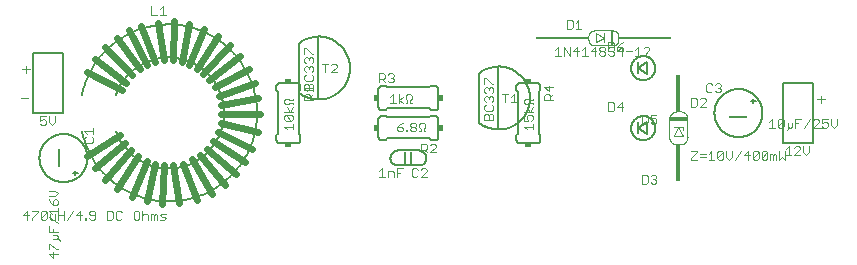
<source format=gto>
G75*
%MOIN*%
%OFA0B0*%
%FSLAX25Y25*%
%IPPOS*%
%LPD*%
%AMOC8*
5,1,8,0,0,1.08239X$1,22.5*
%
%ADD10C,0.00500*%
%ADD11C,0.00300*%
%ADD12C,0.00600*%
%ADD13R,0.01000X0.06400*%
%ADD14R,0.01000X0.04000*%
%ADD15R,0.06400X0.01000*%
%ADD16C,0.00400*%
%ADD17R,0.01000X0.05000*%
%ADD18R,0.17200X0.00800*%
%ADD19R,0.01200X0.11875*%
%ADD20R,0.06000X0.01300*%
%ADD21C,0.02400*%
%ADD22R,0.02000X0.01500*%
%ADD23R,0.01500X0.02000*%
%ADD24C,0.00800*%
D10*
X0128760Y0030743D02*
X0135760Y0030743D01*
X0135858Y0030745D01*
X0135956Y0030751D01*
X0136054Y0030760D01*
X0136151Y0030774D01*
X0136248Y0030791D01*
X0136344Y0030812D01*
X0136439Y0030837D01*
X0136533Y0030865D01*
X0136625Y0030898D01*
X0136717Y0030933D01*
X0136807Y0030973D01*
X0136895Y0031015D01*
X0136982Y0031062D01*
X0137066Y0031111D01*
X0137149Y0031164D01*
X0137229Y0031220D01*
X0137308Y0031280D01*
X0137384Y0031342D01*
X0137457Y0031407D01*
X0137528Y0031475D01*
X0137596Y0031546D01*
X0137661Y0031619D01*
X0137723Y0031695D01*
X0137783Y0031774D01*
X0137839Y0031854D01*
X0137892Y0031937D01*
X0137941Y0032021D01*
X0137988Y0032108D01*
X0138030Y0032196D01*
X0138070Y0032286D01*
X0138105Y0032378D01*
X0138138Y0032470D01*
X0138166Y0032564D01*
X0138191Y0032659D01*
X0138212Y0032755D01*
X0138229Y0032852D01*
X0138243Y0032949D01*
X0138252Y0033047D01*
X0138258Y0033145D01*
X0138260Y0033243D01*
X0138258Y0033341D01*
X0138252Y0033439D01*
X0138243Y0033537D01*
X0138229Y0033634D01*
X0138212Y0033731D01*
X0138191Y0033827D01*
X0138166Y0033922D01*
X0138138Y0034016D01*
X0138105Y0034108D01*
X0138070Y0034200D01*
X0138030Y0034290D01*
X0137988Y0034378D01*
X0137941Y0034465D01*
X0137892Y0034549D01*
X0137839Y0034632D01*
X0137783Y0034712D01*
X0137723Y0034791D01*
X0137661Y0034867D01*
X0137596Y0034940D01*
X0137528Y0035011D01*
X0137457Y0035079D01*
X0137384Y0035144D01*
X0137308Y0035206D01*
X0137229Y0035266D01*
X0137149Y0035322D01*
X0137066Y0035375D01*
X0136982Y0035424D01*
X0136895Y0035471D01*
X0136807Y0035513D01*
X0136717Y0035553D01*
X0136625Y0035588D01*
X0136533Y0035621D01*
X0136439Y0035649D01*
X0136344Y0035674D01*
X0136248Y0035695D01*
X0136151Y0035712D01*
X0136054Y0035726D01*
X0135956Y0035735D01*
X0135858Y0035741D01*
X0135760Y0035743D01*
X0128760Y0035743D01*
X0128662Y0035741D01*
X0128564Y0035735D01*
X0128466Y0035726D01*
X0128369Y0035712D01*
X0128272Y0035695D01*
X0128176Y0035674D01*
X0128081Y0035649D01*
X0127987Y0035621D01*
X0127895Y0035588D01*
X0127803Y0035553D01*
X0127713Y0035513D01*
X0127625Y0035471D01*
X0127538Y0035424D01*
X0127454Y0035375D01*
X0127371Y0035322D01*
X0127291Y0035266D01*
X0127212Y0035206D01*
X0127136Y0035144D01*
X0127063Y0035079D01*
X0126992Y0035011D01*
X0126924Y0034940D01*
X0126859Y0034867D01*
X0126797Y0034791D01*
X0126737Y0034712D01*
X0126681Y0034632D01*
X0126628Y0034549D01*
X0126579Y0034465D01*
X0126532Y0034378D01*
X0126490Y0034290D01*
X0126450Y0034200D01*
X0126415Y0034108D01*
X0126382Y0034016D01*
X0126354Y0033922D01*
X0126329Y0033827D01*
X0126308Y0033731D01*
X0126291Y0033634D01*
X0126277Y0033537D01*
X0126268Y0033439D01*
X0126262Y0033341D01*
X0126260Y0033243D01*
X0126262Y0033145D01*
X0126268Y0033047D01*
X0126277Y0032949D01*
X0126291Y0032852D01*
X0126308Y0032755D01*
X0126329Y0032659D01*
X0126354Y0032564D01*
X0126382Y0032470D01*
X0126415Y0032378D01*
X0126450Y0032286D01*
X0126490Y0032196D01*
X0126532Y0032108D01*
X0126579Y0032021D01*
X0126628Y0031937D01*
X0126681Y0031854D01*
X0126737Y0031774D01*
X0126797Y0031695D01*
X0126859Y0031619D01*
X0126924Y0031546D01*
X0126992Y0031475D01*
X0127063Y0031407D01*
X0127136Y0031342D01*
X0127212Y0031280D01*
X0127291Y0031220D01*
X0127371Y0031164D01*
X0127454Y0031111D01*
X0127538Y0031062D01*
X0127625Y0031015D01*
X0127713Y0030973D01*
X0127803Y0030933D01*
X0127895Y0030898D01*
X0127987Y0030865D01*
X0128081Y0030837D01*
X0128176Y0030812D01*
X0128272Y0030791D01*
X0128369Y0030774D01*
X0128466Y0030760D01*
X0128564Y0030751D01*
X0128662Y0030745D01*
X0128760Y0030743D01*
X0135760Y0030743D02*
X0135858Y0030745D01*
X0135956Y0030751D01*
X0136054Y0030760D01*
X0136151Y0030774D01*
X0136248Y0030791D01*
X0136344Y0030812D01*
X0136439Y0030837D01*
X0136533Y0030865D01*
X0136625Y0030898D01*
X0136717Y0030933D01*
X0136807Y0030973D01*
X0136895Y0031015D01*
X0136982Y0031062D01*
X0137066Y0031111D01*
X0137149Y0031164D01*
X0137229Y0031220D01*
X0137308Y0031280D01*
X0137384Y0031342D01*
X0137457Y0031407D01*
X0137528Y0031475D01*
X0137596Y0031546D01*
X0137661Y0031619D01*
X0137723Y0031695D01*
X0137783Y0031774D01*
X0137839Y0031854D01*
X0137892Y0031937D01*
X0137941Y0032021D01*
X0137988Y0032108D01*
X0138030Y0032196D01*
X0138070Y0032286D01*
X0138105Y0032378D01*
X0138138Y0032470D01*
X0138166Y0032564D01*
X0138191Y0032659D01*
X0138212Y0032755D01*
X0138229Y0032852D01*
X0138243Y0032949D01*
X0138252Y0033047D01*
X0138258Y0033145D01*
X0138260Y0033243D01*
X0162260Y0042755D02*
X0162260Y0063731D01*
X0155760Y0061491D02*
X0155760Y0044995D01*
X0157788Y0062743D02*
X0158053Y0062856D01*
X0158321Y0062962D01*
X0158591Y0063061D01*
X0158864Y0063154D01*
X0159139Y0063240D01*
X0159416Y0063319D01*
X0159694Y0063392D01*
X0159975Y0063457D01*
X0160257Y0063516D01*
X0160540Y0063568D01*
X0160825Y0063613D01*
X0161111Y0063650D01*
X0161397Y0063681D01*
X0161684Y0063705D01*
X0161972Y0063722D01*
X0162260Y0063731D01*
X0157788Y0043743D02*
X0158053Y0043630D01*
X0158321Y0043524D01*
X0158591Y0043425D01*
X0158864Y0043332D01*
X0159139Y0043246D01*
X0159416Y0043167D01*
X0159694Y0043094D01*
X0159975Y0043029D01*
X0160257Y0042970D01*
X0160540Y0042918D01*
X0160825Y0042873D01*
X0161111Y0042836D01*
X0161397Y0042805D01*
X0161684Y0042781D01*
X0161972Y0042764D01*
X0162260Y0042755D01*
X0162492Y0042752D01*
X0162723Y0042754D01*
X0162954Y0042762D01*
X0163185Y0042776D01*
X0163415Y0042795D01*
X0163645Y0042820D01*
X0163874Y0042851D01*
X0164103Y0042887D01*
X0164330Y0042928D01*
X0164557Y0042975D01*
X0164782Y0043028D01*
X0165006Y0043086D01*
X0165228Y0043150D01*
X0165449Y0043219D01*
X0165668Y0043293D01*
X0165885Y0043373D01*
X0166100Y0043458D01*
X0166313Y0043548D01*
X0166524Y0043643D01*
X0166732Y0043743D01*
X0157882Y0043697D02*
X0157657Y0043804D01*
X0157434Y0043916D01*
X0157214Y0044033D01*
X0156997Y0044155D01*
X0156782Y0044283D01*
X0156571Y0044416D01*
X0156363Y0044553D01*
X0156159Y0044696D01*
X0155957Y0044843D01*
X0155760Y0044995D01*
X0166732Y0043743D02*
X0166962Y0043855D01*
X0167189Y0043972D01*
X0167413Y0044094D01*
X0167634Y0044222D01*
X0167851Y0044356D01*
X0168066Y0044494D01*
X0168277Y0044638D01*
X0168484Y0044787D01*
X0168688Y0044941D01*
X0168888Y0045099D01*
X0169084Y0045263D01*
X0169276Y0045431D01*
X0169464Y0045604D01*
X0169648Y0045782D01*
X0169827Y0045963D01*
X0170002Y0046150D01*
X0170172Y0046340D01*
X0170337Y0046534D01*
X0170498Y0046733D01*
X0170654Y0046935D01*
X0170805Y0047141D01*
X0170951Y0047351D01*
X0171091Y0047564D01*
X0171227Y0047780D01*
X0171357Y0048000D01*
X0171482Y0048223D01*
X0171601Y0048448D01*
X0171715Y0048677D01*
X0171823Y0048908D01*
X0171926Y0049142D01*
X0172023Y0049378D01*
X0172114Y0049617D01*
X0172199Y0049857D01*
X0172279Y0050100D01*
X0172352Y0050345D01*
X0172420Y0050591D01*
X0172481Y0050839D01*
X0172536Y0051088D01*
X0172586Y0051338D01*
X0172629Y0051590D01*
X0172666Y0051843D01*
X0172697Y0052096D01*
X0172722Y0052350D01*
X0172741Y0052605D01*
X0172753Y0052860D01*
X0172759Y0053115D01*
X0172759Y0053371D01*
X0172753Y0053626D01*
X0172741Y0053881D01*
X0172722Y0054136D01*
X0172697Y0054390D01*
X0172666Y0054643D01*
X0172629Y0054896D01*
X0172586Y0055148D01*
X0172536Y0055398D01*
X0172481Y0055647D01*
X0172420Y0055895D01*
X0172352Y0056141D01*
X0172279Y0056386D01*
X0172199Y0056629D01*
X0172114Y0056869D01*
X0172023Y0057108D01*
X0171926Y0057344D01*
X0171823Y0057578D01*
X0171715Y0057809D01*
X0171601Y0058038D01*
X0171482Y0058263D01*
X0171357Y0058486D01*
X0171227Y0058706D01*
X0171091Y0058922D01*
X0170951Y0059135D01*
X0170805Y0059345D01*
X0170654Y0059551D01*
X0170498Y0059753D01*
X0170337Y0059952D01*
X0170172Y0060146D01*
X0170002Y0060336D01*
X0169827Y0060523D01*
X0169648Y0060704D01*
X0169464Y0060882D01*
X0169276Y0061055D01*
X0169084Y0061223D01*
X0168888Y0061387D01*
X0168688Y0061545D01*
X0168484Y0061699D01*
X0168277Y0061848D01*
X0168066Y0061992D01*
X0167851Y0062130D01*
X0167634Y0062264D01*
X0167413Y0062392D01*
X0167189Y0062514D01*
X0166962Y0062631D01*
X0166732Y0062743D01*
X0166524Y0062843D01*
X0166313Y0062938D01*
X0166100Y0063028D01*
X0165885Y0063113D01*
X0165668Y0063193D01*
X0165449Y0063267D01*
X0165228Y0063336D01*
X0165006Y0063400D01*
X0164782Y0063458D01*
X0164557Y0063511D01*
X0164330Y0063558D01*
X0164103Y0063599D01*
X0163874Y0063635D01*
X0163645Y0063666D01*
X0163415Y0063691D01*
X0163185Y0063710D01*
X0162954Y0063724D01*
X0162723Y0063732D01*
X0162492Y0063734D01*
X0162260Y0063731D01*
X0157788Y0062745D02*
X0157573Y0062641D01*
X0157360Y0062532D01*
X0157150Y0062418D01*
X0156943Y0062299D01*
X0156738Y0062176D01*
X0156536Y0062048D01*
X0156337Y0061915D01*
X0156142Y0061778D01*
X0155949Y0061637D01*
X0155760Y0061491D01*
X0102260Y0073731D02*
X0101972Y0073722D01*
X0101684Y0073705D01*
X0101397Y0073681D01*
X0101111Y0073650D01*
X0100825Y0073613D01*
X0100540Y0073568D01*
X0100257Y0073516D01*
X0099975Y0073457D01*
X0099694Y0073392D01*
X0099416Y0073319D01*
X0099139Y0073240D01*
X0098864Y0073154D01*
X0098591Y0073061D01*
X0098321Y0072962D01*
X0098053Y0072856D01*
X0097788Y0072743D01*
X0095760Y0071491D02*
X0095760Y0054995D01*
X0102260Y0052755D02*
X0102260Y0073731D01*
X0097788Y0053743D02*
X0098053Y0053630D01*
X0098321Y0053524D01*
X0098591Y0053425D01*
X0098864Y0053332D01*
X0099139Y0053246D01*
X0099416Y0053167D01*
X0099694Y0053094D01*
X0099975Y0053029D01*
X0100257Y0052970D01*
X0100540Y0052918D01*
X0100825Y0052873D01*
X0101111Y0052836D01*
X0101397Y0052805D01*
X0101684Y0052781D01*
X0101972Y0052764D01*
X0102260Y0052755D01*
X0102492Y0052752D01*
X0102723Y0052754D01*
X0102954Y0052762D01*
X0103185Y0052776D01*
X0103415Y0052795D01*
X0103645Y0052820D01*
X0103874Y0052851D01*
X0104103Y0052887D01*
X0104330Y0052928D01*
X0104557Y0052975D01*
X0104782Y0053028D01*
X0105006Y0053086D01*
X0105228Y0053150D01*
X0105449Y0053219D01*
X0105668Y0053293D01*
X0105885Y0053373D01*
X0106100Y0053458D01*
X0106313Y0053548D01*
X0106524Y0053643D01*
X0106732Y0053743D01*
X0097882Y0053697D02*
X0097657Y0053804D01*
X0097434Y0053916D01*
X0097214Y0054033D01*
X0096997Y0054155D01*
X0096782Y0054283D01*
X0096571Y0054416D01*
X0096363Y0054553D01*
X0096159Y0054696D01*
X0095957Y0054843D01*
X0095760Y0054995D01*
X0106732Y0053743D02*
X0106962Y0053855D01*
X0107189Y0053972D01*
X0107413Y0054094D01*
X0107634Y0054222D01*
X0107851Y0054356D01*
X0108066Y0054494D01*
X0108277Y0054638D01*
X0108484Y0054787D01*
X0108688Y0054941D01*
X0108888Y0055099D01*
X0109084Y0055263D01*
X0109276Y0055431D01*
X0109464Y0055604D01*
X0109648Y0055782D01*
X0109827Y0055963D01*
X0110002Y0056150D01*
X0110172Y0056340D01*
X0110337Y0056534D01*
X0110498Y0056733D01*
X0110654Y0056935D01*
X0110805Y0057141D01*
X0110951Y0057351D01*
X0111091Y0057564D01*
X0111227Y0057780D01*
X0111357Y0058000D01*
X0111482Y0058223D01*
X0111601Y0058448D01*
X0111715Y0058677D01*
X0111823Y0058908D01*
X0111926Y0059142D01*
X0112023Y0059378D01*
X0112114Y0059617D01*
X0112199Y0059857D01*
X0112279Y0060100D01*
X0112352Y0060345D01*
X0112420Y0060591D01*
X0112481Y0060839D01*
X0112536Y0061088D01*
X0112586Y0061338D01*
X0112629Y0061590D01*
X0112666Y0061843D01*
X0112697Y0062096D01*
X0112722Y0062350D01*
X0112741Y0062605D01*
X0112753Y0062860D01*
X0112759Y0063115D01*
X0112759Y0063371D01*
X0112753Y0063626D01*
X0112741Y0063881D01*
X0112722Y0064136D01*
X0112697Y0064390D01*
X0112666Y0064643D01*
X0112629Y0064896D01*
X0112586Y0065148D01*
X0112536Y0065398D01*
X0112481Y0065647D01*
X0112420Y0065895D01*
X0112352Y0066141D01*
X0112279Y0066386D01*
X0112199Y0066629D01*
X0112114Y0066869D01*
X0112023Y0067108D01*
X0111926Y0067344D01*
X0111823Y0067578D01*
X0111715Y0067809D01*
X0111601Y0068038D01*
X0111482Y0068263D01*
X0111357Y0068486D01*
X0111227Y0068706D01*
X0111091Y0068922D01*
X0110951Y0069135D01*
X0110805Y0069345D01*
X0110654Y0069551D01*
X0110498Y0069753D01*
X0110337Y0069952D01*
X0110172Y0070146D01*
X0110002Y0070336D01*
X0109827Y0070523D01*
X0109648Y0070704D01*
X0109464Y0070882D01*
X0109276Y0071055D01*
X0109084Y0071223D01*
X0108888Y0071387D01*
X0108688Y0071545D01*
X0108484Y0071699D01*
X0108277Y0071848D01*
X0108066Y0071992D01*
X0107851Y0072130D01*
X0107634Y0072264D01*
X0107413Y0072392D01*
X0107189Y0072514D01*
X0106962Y0072631D01*
X0106732Y0072743D01*
X0106524Y0072843D01*
X0106313Y0072938D01*
X0106100Y0073028D01*
X0105885Y0073113D01*
X0105668Y0073193D01*
X0105449Y0073267D01*
X0105228Y0073336D01*
X0105006Y0073400D01*
X0104782Y0073458D01*
X0104557Y0073511D01*
X0104330Y0073558D01*
X0104103Y0073599D01*
X0103874Y0073635D01*
X0103645Y0073666D01*
X0103415Y0073691D01*
X0103185Y0073710D01*
X0102954Y0073724D01*
X0102723Y0073732D01*
X0102492Y0073734D01*
X0102260Y0073731D01*
X0097788Y0072745D02*
X0097573Y0072641D01*
X0097360Y0072532D01*
X0097150Y0072418D01*
X0096943Y0072299D01*
X0096738Y0072176D01*
X0096536Y0072048D01*
X0096337Y0071915D01*
X0096142Y0071778D01*
X0095949Y0071637D01*
X0095760Y0071491D01*
X0017260Y0068243D02*
X0017260Y0048243D01*
X0007260Y0048243D01*
X0007260Y0068243D01*
X0017260Y0068243D01*
X0257260Y0058243D02*
X0257260Y0038243D01*
X0267260Y0038243D01*
X0267260Y0058243D01*
X0257260Y0058243D01*
D11*
X0013859Y-0000179D02*
X0012408Y0001272D01*
X0015310Y0001272D01*
X0013859Y0001756D02*
X0013859Y-0000179D01*
X0014826Y0002767D02*
X0015310Y0002767D01*
X0014826Y0002767D02*
X0012891Y0004702D01*
X0012408Y0004702D01*
X0012408Y0002767D01*
X0015794Y0006197D02*
X0016277Y0005714D01*
X0015794Y0006197D02*
X0014826Y0006197D01*
X0015310Y0006681D01*
X0015310Y0007165D01*
X0014826Y0007649D01*
X0013859Y0007649D01*
X0013859Y0006197D02*
X0014826Y0006197D01*
X0015310Y0008660D02*
X0012408Y0008660D01*
X0012408Y0010595D01*
X0013859Y0009628D02*
X0013859Y0008660D01*
X0015310Y0011607D02*
X0012408Y0013542D01*
X0012632Y0013177D02*
X0013116Y0012693D01*
X0014567Y0012693D01*
X0014567Y0014628D01*
X0015310Y0014553D02*
X0015310Y0016488D01*
X0015579Y0015595D02*
X0015579Y0012693D01*
X0017513Y0012693D02*
X0017513Y0015595D01*
X0015310Y0015521D02*
X0012408Y0015521D01*
X0013375Y0014553D01*
X0012632Y0014628D02*
X0012632Y0013177D01*
X0011620Y0013177D02*
X0011137Y0012693D01*
X0010169Y0012693D01*
X0009685Y0013177D01*
X0011620Y0015112D01*
X0011620Y0013177D01*
X0009685Y0013177D02*
X0009685Y0015112D01*
X0010169Y0015595D01*
X0011137Y0015595D01*
X0011620Y0015112D01*
X0008674Y0015112D02*
X0008674Y0015595D01*
X0006739Y0015595D01*
X0005244Y0015595D02*
X0003792Y0014144D01*
X0005727Y0014144D01*
X0006739Y0013177D02*
X0006739Y0012693D01*
X0006739Y0013177D02*
X0008674Y0015112D01*
X0005244Y0015595D02*
X0005244Y0012693D01*
X0015579Y0014144D02*
X0017513Y0014144D01*
X0021472Y0014144D02*
X0023407Y0014144D01*
X0024418Y0013177D02*
X0024902Y0013177D01*
X0024902Y0012693D01*
X0024418Y0012693D01*
X0024418Y0013177D01*
X0025891Y0013177D02*
X0026375Y0012693D01*
X0027343Y0012693D01*
X0027826Y0013177D01*
X0027826Y0015112D01*
X0027343Y0015595D01*
X0026375Y0015595D01*
X0025891Y0015112D01*
X0025891Y0014628D01*
X0026375Y0014144D01*
X0027826Y0014144D01*
X0031784Y0012693D02*
X0033236Y0012693D01*
X0033719Y0013177D01*
X0033719Y0015112D01*
X0033236Y0015595D01*
X0031784Y0015595D01*
X0031784Y0012693D01*
X0034731Y0013177D02*
X0035215Y0012693D01*
X0036182Y0012693D01*
X0036666Y0013177D01*
X0034731Y0013177D02*
X0034731Y0015112D01*
X0035215Y0015595D01*
X0036182Y0015595D01*
X0036666Y0015112D01*
X0040624Y0015112D02*
X0041108Y0015595D01*
X0042075Y0015595D01*
X0042559Y0015112D01*
X0042559Y0013177D01*
X0042075Y0012693D01*
X0041108Y0012693D01*
X0040624Y0013177D01*
X0040624Y0015112D01*
X0043570Y0015595D02*
X0043570Y0012693D01*
X0045505Y0012693D02*
X0045505Y0014144D01*
X0045022Y0014628D01*
X0044054Y0014628D01*
X0043570Y0014144D01*
X0046517Y0014628D02*
X0047001Y0014628D01*
X0047484Y0014144D01*
X0047968Y0014628D01*
X0048452Y0014144D01*
X0048452Y0012693D01*
X0047484Y0012693D02*
X0047484Y0014144D01*
X0046517Y0014628D02*
X0046517Y0012693D01*
X0049463Y0012693D02*
X0050915Y0012693D01*
X0051398Y0013177D01*
X0050915Y0013660D01*
X0049947Y0013660D01*
X0049463Y0014144D01*
X0049947Y0014628D01*
X0051398Y0014628D01*
X0022923Y0015595D02*
X0022923Y0012693D01*
X0021472Y0014144D02*
X0022923Y0015595D01*
X0020460Y0015595D02*
X0018525Y0012693D01*
X0014826Y0017500D02*
X0015310Y0017984D01*
X0015310Y0018951D01*
X0014826Y0019435D01*
X0014343Y0019435D01*
X0013859Y0018951D01*
X0013859Y0017500D01*
X0014826Y0017500D01*
X0013859Y0017500D02*
X0012891Y0018467D01*
X0012408Y0019435D01*
X0012408Y0020446D02*
X0014343Y0020446D01*
X0015310Y0021414D01*
X0014343Y0022381D01*
X0012408Y0022381D01*
X0024691Y0038393D02*
X0026626Y0038393D01*
X0027110Y0038877D01*
X0027110Y0039844D01*
X0026626Y0040328D01*
X0027110Y0041339D02*
X0027110Y0043274D01*
X0027110Y0042307D02*
X0024208Y0042307D01*
X0025175Y0041339D01*
X0024691Y0040328D02*
X0024208Y0039844D01*
X0024208Y0038877D01*
X0024691Y0038393D01*
X0014345Y0045160D02*
X0013377Y0044193D01*
X0012410Y0045160D01*
X0012410Y0047095D01*
X0011398Y0047095D02*
X0009463Y0047095D01*
X0009463Y0045644D01*
X0010431Y0046128D01*
X0010915Y0046128D01*
X0011398Y0045644D01*
X0011398Y0044677D01*
X0010915Y0044193D01*
X0009947Y0044193D01*
X0009463Y0044677D01*
X0014345Y0045160D02*
X0014345Y0047095D01*
X0005537Y0053244D02*
X0003068Y0053244D01*
X0004758Y0061551D02*
X0004758Y0064020D01*
X0003524Y0062786D02*
X0005993Y0062786D01*
X0046517Y0080893D02*
X0048452Y0080893D01*
X0049463Y0080893D02*
X0051398Y0080893D01*
X0050431Y0080893D02*
X0050431Y0083795D01*
X0049463Y0082828D01*
X0046517Y0083795D02*
X0046517Y0080893D01*
X0097558Y0069748D02*
X0097558Y0067813D01*
X0098041Y0066801D02*
X0098525Y0066801D01*
X0099009Y0066317D01*
X0099493Y0066801D01*
X0099976Y0066801D01*
X0100460Y0066317D01*
X0100460Y0065350D01*
X0099976Y0064866D01*
X0099009Y0065834D02*
X0099009Y0066317D01*
X0098041Y0066801D02*
X0097558Y0066317D01*
X0097558Y0065350D01*
X0098041Y0064866D01*
X0098041Y0063855D02*
X0098525Y0063855D01*
X0099009Y0063371D01*
X0099493Y0063855D01*
X0099976Y0063855D01*
X0100460Y0063371D01*
X0100460Y0062403D01*
X0099976Y0061920D01*
X0099976Y0060908D02*
X0100460Y0060424D01*
X0100460Y0059457D01*
X0099976Y0058973D01*
X0098041Y0058973D01*
X0097558Y0059457D01*
X0097558Y0060424D01*
X0098041Y0060908D01*
X0098041Y0061920D02*
X0097558Y0062403D01*
X0097558Y0063371D01*
X0098041Y0063855D01*
X0099009Y0063371D02*
X0099009Y0062887D01*
X0103463Y0064695D02*
X0105398Y0064695D01*
X0104431Y0064695D02*
X0104431Y0061793D01*
X0106410Y0061793D02*
X0108345Y0063728D01*
X0108345Y0064212D01*
X0107861Y0064695D01*
X0106894Y0064695D01*
X0106410Y0064212D01*
X0106410Y0061793D02*
X0108345Y0061793D01*
X0100460Y0057478D02*
X0099976Y0057962D01*
X0099493Y0057962D01*
X0099009Y0057478D01*
X0099009Y0056027D01*
X0098475Y0055446D02*
X0097508Y0056414D01*
X0100410Y0056414D01*
X0097508Y0056414D01*
X0098475Y0055446D01*
X0097558Y0056027D02*
X0097558Y0057478D01*
X0098041Y0057962D01*
X0098525Y0057962D01*
X0099009Y0057478D01*
X0100410Y0057381D02*
X0100410Y0055446D01*
X0100410Y0057381D01*
X0100460Y0057478D02*
X0100460Y0056027D01*
X0097558Y0056027D01*
X0097991Y0054435D02*
X0098959Y0054435D01*
X0099443Y0053951D01*
X0099443Y0052500D01*
X0099443Y0053951D01*
X0098959Y0054435D01*
X0097991Y0054435D01*
X0097508Y0053951D01*
X0097508Y0052500D01*
X0100410Y0052500D01*
X0097508Y0052500D01*
X0097508Y0053951D01*
X0097991Y0054435D01*
X0099443Y0053467D02*
X0100410Y0054435D01*
X0099443Y0053467D01*
X0093710Y0053029D02*
X0093710Y0052545D01*
X0092743Y0052545D01*
X0092259Y0053029D01*
X0091291Y0053029D01*
X0090808Y0052545D01*
X0090808Y0051578D01*
X0091291Y0051094D01*
X0092259Y0051094D01*
X0092743Y0051578D01*
X0093710Y0051578D01*
X0093710Y0051094D01*
X0093710Y0050090D02*
X0092743Y0048638D01*
X0091775Y0050090D01*
X0090808Y0048638D02*
X0093710Y0048638D01*
X0093226Y0047627D02*
X0093710Y0047143D01*
X0093710Y0046176D01*
X0093226Y0045692D01*
X0091291Y0047627D01*
X0093226Y0047627D01*
X0091291Y0047627D02*
X0090808Y0047143D01*
X0090808Y0046176D01*
X0091291Y0045692D01*
X0093226Y0045692D01*
X0093710Y0044680D02*
X0093710Y0042745D01*
X0093710Y0043713D02*
X0090808Y0043713D01*
X0091775Y0042745D01*
X0126010Y0051493D02*
X0127945Y0051493D01*
X0126010Y0051493D01*
X0126977Y0051493D02*
X0126977Y0054395D01*
X0126010Y0053428D01*
X0126977Y0054395D01*
X0126977Y0051493D01*
X0128957Y0051493D02*
X0128957Y0054395D01*
X0128957Y0051493D01*
X0128957Y0052460D02*
X0130408Y0053428D01*
X0128957Y0052460D01*
X0130408Y0051493D01*
X0128957Y0052460D01*
X0131412Y0052944D02*
X0131412Y0053912D01*
X0131896Y0054395D01*
X0132863Y0054395D01*
X0133347Y0053912D01*
X0133347Y0052944D01*
X0132863Y0052460D01*
X0132863Y0051493D01*
X0133347Y0051493D01*
X0132863Y0051493D01*
X0132863Y0052460D01*
X0133347Y0052944D01*
X0133347Y0053912D01*
X0132863Y0054395D01*
X0131896Y0054395D01*
X0131412Y0053912D01*
X0131412Y0052944D01*
X0131896Y0052460D01*
X0131896Y0051493D01*
X0131412Y0051493D01*
X0131896Y0051493D01*
X0131896Y0052460D01*
X0131412Y0052944D01*
X0126808Y0058493D02*
X0125840Y0058493D01*
X0125357Y0058977D01*
X0125840Y0058493D01*
X0126808Y0058493D01*
X0127291Y0058977D01*
X0127291Y0059460D01*
X0126808Y0059944D01*
X0126324Y0059944D01*
X0126808Y0059944D01*
X0127291Y0060428D01*
X0127291Y0060912D01*
X0126808Y0061395D01*
X0125840Y0061395D01*
X0125357Y0060912D01*
X0125840Y0061395D01*
X0126808Y0061395D01*
X0127291Y0060912D01*
X0127291Y0060428D01*
X0126808Y0059944D01*
X0127291Y0059460D01*
X0127291Y0058977D01*
X0126808Y0058493D01*
X0124345Y0058493D02*
X0123377Y0059460D01*
X0124345Y0058493D01*
X0123861Y0059460D02*
X0122410Y0059460D01*
X0123861Y0059460D01*
X0124345Y0059944D01*
X0124345Y0060912D01*
X0123861Y0061395D01*
X0122410Y0061395D01*
X0122410Y0058493D01*
X0122410Y0061395D01*
X0123861Y0061395D01*
X0124345Y0060912D01*
X0124345Y0059944D01*
X0123861Y0059460D01*
X0100460Y0067813D02*
X0099976Y0067813D01*
X0098041Y0069748D01*
X0097558Y0069748D01*
X0157558Y0059748D02*
X0157558Y0057813D01*
X0158041Y0056801D02*
X0158525Y0056801D01*
X0159009Y0056317D01*
X0159493Y0056801D01*
X0159976Y0056801D01*
X0160460Y0056317D01*
X0160460Y0055350D01*
X0159976Y0054866D01*
X0159976Y0053855D02*
X0159493Y0053855D01*
X0159009Y0053371D01*
X0159009Y0052887D01*
X0159009Y0053371D02*
X0158525Y0053855D01*
X0158041Y0053855D01*
X0157558Y0053371D01*
X0157558Y0052403D01*
X0158041Y0051920D01*
X0159976Y0051920D02*
X0160460Y0052403D01*
X0160460Y0053371D01*
X0159976Y0053855D01*
X0158041Y0054866D02*
X0157558Y0055350D01*
X0157558Y0056317D01*
X0158041Y0056801D01*
X0159009Y0056317D02*
X0159009Y0055834D01*
X0159976Y0057813D02*
X0160460Y0057813D01*
X0159976Y0057813D02*
X0158041Y0059748D01*
X0157558Y0059748D01*
X0163463Y0054695D02*
X0165398Y0054695D01*
X0164431Y0054695D02*
X0164431Y0051793D01*
X0166410Y0051793D02*
X0168345Y0051793D01*
X0167377Y0051793D02*
X0167377Y0054695D01*
X0166410Y0053728D01*
X0170808Y0052545D02*
X0171291Y0053029D01*
X0172259Y0053029D01*
X0172743Y0052545D01*
X0173710Y0052545D01*
X0173710Y0053029D01*
X0177508Y0052500D02*
X0177508Y0053951D01*
X0177991Y0054435D01*
X0178959Y0054435D01*
X0179443Y0053951D01*
X0179443Y0052500D01*
X0179443Y0053951D01*
X0178959Y0054435D01*
X0177991Y0054435D01*
X0177508Y0053951D01*
X0177508Y0052500D01*
X0180410Y0052500D01*
X0177508Y0052500D01*
X0179443Y0053467D02*
X0180410Y0054435D01*
X0179443Y0053467D01*
X0173710Y0051578D02*
X0172743Y0051578D01*
X0172259Y0051094D01*
X0171291Y0051094D01*
X0170808Y0051578D01*
X0170808Y0052545D01*
X0171775Y0050090D02*
X0172743Y0048638D01*
X0173710Y0050090D01*
X0173710Y0051094D02*
X0173710Y0051578D01*
X0173710Y0048638D02*
X0170808Y0048638D01*
X0170808Y0047627D02*
X0170808Y0045692D01*
X0172259Y0045692D01*
X0171775Y0046659D01*
X0171775Y0047143D01*
X0172259Y0047627D01*
X0173226Y0047627D01*
X0173710Y0047143D01*
X0173710Y0046176D01*
X0173226Y0045692D01*
X0173710Y0044680D02*
X0173710Y0042745D01*
X0173710Y0043713D02*
X0170808Y0043713D01*
X0171775Y0042745D01*
X0160460Y0046027D02*
X0160460Y0047478D01*
X0159976Y0047962D01*
X0159493Y0047962D01*
X0159009Y0047478D01*
X0159009Y0046027D01*
X0159009Y0047478D02*
X0158525Y0047962D01*
X0158041Y0047962D01*
X0157558Y0047478D01*
X0157558Y0046027D01*
X0160460Y0046027D01*
X0159976Y0048973D02*
X0158041Y0048973D01*
X0157558Y0049457D01*
X0157558Y0050424D01*
X0158041Y0050908D01*
X0159976Y0050908D02*
X0160460Y0050424D01*
X0160460Y0049457D01*
X0159976Y0048973D01*
X0177508Y0056898D02*
X0178959Y0055446D01*
X0178959Y0057381D01*
X0178959Y0055446D01*
X0177508Y0056898D01*
X0180410Y0056898D01*
X0177508Y0056898D01*
X0198910Y0051795D02*
X0200361Y0051795D01*
X0200845Y0051312D01*
X0200845Y0049377D01*
X0200361Y0048893D01*
X0198910Y0048893D01*
X0198910Y0051795D01*
X0201857Y0050344D02*
X0203791Y0050344D01*
X0203308Y0048893D02*
X0203308Y0051795D01*
X0201857Y0050344D01*
X0210017Y0047595D02*
X0211468Y0047595D01*
X0211952Y0047112D01*
X0211952Y0045177D01*
X0211468Y0044693D01*
X0210017Y0044693D01*
X0210017Y0047595D01*
X0212963Y0047595D02*
X0212963Y0046144D01*
X0213931Y0046628D01*
X0214415Y0046628D01*
X0214898Y0046144D01*
X0214898Y0045177D01*
X0214415Y0044693D01*
X0213447Y0044693D01*
X0212963Y0045177D01*
X0219260Y0045868D02*
X0219260Y0039993D01*
X0220760Y0040618D02*
X0222260Y0043618D01*
X0223760Y0043618D01*
X0223760Y0042618D01*
X0222260Y0043618D02*
X0220760Y0043618D01*
X0222260Y0043618D02*
X0223760Y0040618D01*
X0220760Y0040618D01*
X0219260Y0039993D02*
X0219262Y0039900D01*
X0219268Y0039807D01*
X0219277Y0039715D01*
X0219291Y0039623D01*
X0219308Y0039531D01*
X0219329Y0039441D01*
X0219354Y0039351D01*
X0219382Y0039262D01*
X0219414Y0039175D01*
X0219450Y0039089D01*
X0219489Y0039005D01*
X0219531Y0038922D01*
X0219577Y0038841D01*
X0219626Y0038762D01*
X0219679Y0038686D01*
X0219734Y0038611D01*
X0219793Y0038539D01*
X0219855Y0038469D01*
X0219919Y0038402D01*
X0219986Y0038338D01*
X0220056Y0038276D01*
X0220128Y0038217D01*
X0220203Y0038162D01*
X0220279Y0038109D01*
X0220358Y0038060D01*
X0220439Y0038014D01*
X0220522Y0037972D01*
X0220606Y0037933D01*
X0220692Y0037897D01*
X0220779Y0037865D01*
X0220868Y0037837D01*
X0220958Y0037812D01*
X0221048Y0037791D01*
X0221140Y0037774D01*
X0221232Y0037760D01*
X0221324Y0037751D01*
X0221417Y0037745D01*
X0221510Y0037743D01*
X0223010Y0037743D01*
X0226410Y0035595D02*
X0228345Y0035595D01*
X0228345Y0035112D01*
X0226410Y0033177D01*
X0226410Y0032693D01*
X0228345Y0032693D01*
X0229357Y0033660D02*
X0231291Y0033660D01*
X0232303Y0032693D02*
X0234238Y0032693D01*
X0233271Y0032693D02*
X0233271Y0035595D01*
X0232303Y0034628D01*
X0231291Y0034628D02*
X0229357Y0034628D01*
X0235250Y0035112D02*
X0235250Y0033177D01*
X0237185Y0035112D01*
X0237185Y0033177D01*
X0236701Y0032693D01*
X0235733Y0032693D01*
X0235250Y0033177D01*
X0238196Y0033660D02*
X0239164Y0032693D01*
X0240131Y0033660D01*
X0240131Y0035595D01*
X0238196Y0035595D02*
X0238196Y0033660D01*
X0241143Y0032693D02*
X0243078Y0035595D01*
X0244089Y0034144D02*
X0245540Y0035595D01*
X0245540Y0032693D01*
X0247036Y0033177D02*
X0247519Y0032693D01*
X0248487Y0032693D01*
X0248971Y0033177D01*
X0248971Y0035112D01*
X0247036Y0033177D01*
X0247036Y0035112D01*
X0247519Y0035595D01*
X0248487Y0035595D01*
X0248971Y0035112D01*
X0249982Y0035112D02*
X0250466Y0035595D01*
X0251433Y0035595D01*
X0251917Y0035112D01*
X0249982Y0033177D01*
X0250466Y0032693D01*
X0251433Y0032693D01*
X0251917Y0033177D01*
X0251917Y0035112D01*
X0252929Y0034628D02*
X0253412Y0034628D01*
X0253896Y0034144D01*
X0254380Y0034628D01*
X0254864Y0034144D01*
X0254864Y0032693D01*
X0253896Y0032693D02*
X0253896Y0034144D01*
X0252929Y0034628D02*
X0252929Y0032693D01*
X0255875Y0032693D02*
X0256843Y0033660D01*
X0257810Y0032693D01*
X0257810Y0035595D01*
X0257990Y0036128D02*
X0258958Y0037095D01*
X0258958Y0034193D01*
X0259925Y0034193D02*
X0257990Y0034193D01*
X0260937Y0034193D02*
X0262872Y0036128D01*
X0262872Y0036612D01*
X0262388Y0037095D01*
X0261420Y0037095D01*
X0260937Y0036612D01*
X0263883Y0037095D02*
X0263883Y0035160D01*
X0264851Y0034193D01*
X0265818Y0035160D01*
X0265818Y0037095D01*
X0262872Y0034193D02*
X0260937Y0034193D01*
X0255875Y0035595D02*
X0255875Y0032693D01*
X0249982Y0033177D02*
X0249982Y0035112D01*
X0246024Y0034144D02*
X0244089Y0034144D01*
X0237185Y0035112D02*
X0236701Y0035595D01*
X0235733Y0035595D01*
X0235250Y0035112D01*
X0225259Y0040617D02*
X0225269Y0040519D01*
X0225275Y0040420D01*
X0225278Y0040322D01*
X0225277Y0040223D01*
X0225272Y0040124D01*
X0225263Y0040025D01*
X0225250Y0039927D01*
X0225234Y0039830D01*
X0225214Y0039733D01*
X0225190Y0039637D01*
X0225163Y0039542D01*
X0225132Y0039448D01*
X0225097Y0039356D01*
X0225059Y0039264D01*
X0225017Y0039175D01*
X0224972Y0039087D01*
X0224924Y0039000D01*
X0224872Y0038916D01*
X0224818Y0038834D01*
X0224760Y0038754D01*
X0224699Y0038676D01*
X0224635Y0038600D01*
X0224568Y0038527D01*
X0224499Y0038457D01*
X0224427Y0038389D01*
X0224352Y0038324D01*
X0224275Y0038262D01*
X0224195Y0038203D01*
X0224114Y0038148D01*
X0224030Y0038095D01*
X0223945Y0038046D01*
X0223857Y0037999D01*
X0223768Y0037957D01*
X0223677Y0037917D01*
X0223585Y0037882D01*
X0223492Y0037849D01*
X0223397Y0037821D01*
X0223301Y0037796D01*
X0223205Y0037774D01*
X0223107Y0037757D01*
X0223009Y0037743D01*
X0225260Y0040618D02*
X0225260Y0046493D01*
X0225258Y0046586D01*
X0225252Y0046679D01*
X0225243Y0046771D01*
X0225229Y0046863D01*
X0225212Y0046955D01*
X0225191Y0047045D01*
X0225166Y0047135D01*
X0225138Y0047224D01*
X0225106Y0047311D01*
X0225070Y0047397D01*
X0225031Y0047481D01*
X0224989Y0047564D01*
X0224943Y0047645D01*
X0224894Y0047724D01*
X0224841Y0047800D01*
X0224786Y0047875D01*
X0224727Y0047947D01*
X0224665Y0048017D01*
X0224601Y0048084D01*
X0224534Y0048148D01*
X0224464Y0048210D01*
X0224392Y0048269D01*
X0224317Y0048324D01*
X0224241Y0048377D01*
X0224162Y0048426D01*
X0224081Y0048472D01*
X0223998Y0048514D01*
X0223914Y0048553D01*
X0223828Y0048589D01*
X0223741Y0048621D01*
X0223652Y0048649D01*
X0223562Y0048674D01*
X0223472Y0048695D01*
X0223380Y0048712D01*
X0223288Y0048726D01*
X0223196Y0048735D01*
X0223103Y0048741D01*
X0223010Y0048743D01*
X0221510Y0048743D01*
X0226410Y0050393D02*
X0227861Y0050393D01*
X0228345Y0050877D01*
X0228345Y0052812D01*
X0227861Y0053295D01*
X0226410Y0053295D01*
X0226410Y0050393D01*
X0229357Y0050393D02*
X0231291Y0052328D01*
X0231291Y0052812D01*
X0230808Y0053295D01*
X0229840Y0053295D01*
X0229357Y0052812D01*
X0232001Y0055193D02*
X0232968Y0055193D01*
X0233452Y0055677D01*
X0234463Y0055677D02*
X0234947Y0055193D01*
X0235915Y0055193D01*
X0236398Y0055677D01*
X0236398Y0056160D01*
X0235915Y0056644D01*
X0235431Y0056644D01*
X0235915Y0056644D02*
X0236398Y0057128D01*
X0236398Y0057612D01*
X0235915Y0058095D01*
X0234947Y0058095D01*
X0234463Y0057612D01*
X0233452Y0057612D02*
X0232968Y0058095D01*
X0232001Y0058095D01*
X0231517Y0057612D01*
X0231517Y0055677D01*
X0232001Y0055193D01*
X0231291Y0050393D02*
X0229357Y0050393D01*
X0221510Y0048742D02*
X0221412Y0048728D01*
X0221314Y0048711D01*
X0221218Y0048689D01*
X0221122Y0048664D01*
X0221027Y0048636D01*
X0220934Y0048603D01*
X0220842Y0048568D01*
X0220751Y0048528D01*
X0220662Y0048486D01*
X0220574Y0048439D01*
X0220489Y0048390D01*
X0220405Y0048337D01*
X0220324Y0048282D01*
X0220244Y0048223D01*
X0220167Y0048161D01*
X0220092Y0048096D01*
X0220020Y0048028D01*
X0219951Y0047958D01*
X0219884Y0047885D01*
X0219820Y0047809D01*
X0219759Y0047731D01*
X0219701Y0047651D01*
X0219647Y0047569D01*
X0219595Y0047485D01*
X0219547Y0047398D01*
X0219502Y0047310D01*
X0219460Y0047221D01*
X0219422Y0047129D01*
X0219387Y0047037D01*
X0219356Y0046943D01*
X0219329Y0046848D01*
X0219305Y0046752D01*
X0219285Y0046655D01*
X0219269Y0046558D01*
X0219256Y0046460D01*
X0219247Y0046361D01*
X0219242Y0046262D01*
X0219241Y0046163D01*
X0219244Y0046065D01*
X0219250Y0045966D01*
X0219260Y0045868D01*
X0214898Y0047595D02*
X0212963Y0047595D01*
X0252410Y0045328D02*
X0253377Y0046295D01*
X0253377Y0043393D01*
X0252410Y0043393D02*
X0254345Y0043393D01*
X0255357Y0043877D02*
X0257291Y0045812D01*
X0257291Y0043877D01*
X0256808Y0043393D01*
X0255840Y0043393D01*
X0255357Y0043877D01*
X0255357Y0045812D01*
X0255840Y0046295D01*
X0256808Y0046295D01*
X0257291Y0045812D01*
X0261250Y0046295D02*
X0263185Y0046295D01*
X0261250Y0046295D02*
X0261250Y0043393D01*
X0260238Y0043877D02*
X0260238Y0044844D01*
X0260238Y0043877D02*
X0259754Y0043393D01*
X0259271Y0043393D01*
X0258787Y0043877D01*
X0258787Y0042909D01*
X0258303Y0042425D01*
X0258787Y0043877D02*
X0258787Y0044844D01*
X0261250Y0044844D02*
X0262217Y0044844D01*
X0264196Y0043393D02*
X0266131Y0046295D01*
X0267143Y0045812D02*
X0267626Y0046295D01*
X0268594Y0046295D01*
X0269078Y0045812D01*
X0269078Y0045328D01*
X0267143Y0043393D01*
X0269078Y0043393D01*
X0268068Y0043244D02*
X0270537Y0043244D01*
X0270573Y0043393D02*
X0270089Y0043877D01*
X0270573Y0043393D02*
X0271540Y0043393D01*
X0272024Y0043877D01*
X0272024Y0044844D01*
X0271540Y0045328D01*
X0271057Y0045328D01*
X0270089Y0044844D01*
X0270089Y0046295D01*
X0272024Y0046295D01*
X0273036Y0046295D02*
X0273036Y0044360D01*
X0274003Y0043393D01*
X0274971Y0044360D01*
X0274971Y0046295D01*
X0269758Y0051551D02*
X0269758Y0054020D01*
X0268524Y0052786D02*
X0270993Y0052786D01*
X0212604Y0067318D02*
X0210669Y0067318D01*
X0212604Y0069253D01*
X0212604Y0069737D01*
X0212121Y0070220D01*
X0211153Y0070220D01*
X0210669Y0069737D01*
X0208690Y0070220D02*
X0208690Y0067318D01*
X0207723Y0067318D02*
X0209658Y0067318D01*
X0206711Y0068769D02*
X0204776Y0068769D01*
X0203765Y0068769D02*
X0201830Y0068769D01*
X0203281Y0070220D01*
X0203281Y0067318D01*
X0200818Y0067802D02*
X0200334Y0067318D01*
X0199367Y0067318D01*
X0198883Y0067802D01*
X0197872Y0067802D02*
X0197388Y0067318D01*
X0196420Y0067318D01*
X0195937Y0067802D01*
X0195937Y0068285D01*
X0196420Y0068769D01*
X0197388Y0068769D01*
X0197872Y0068285D01*
X0197872Y0067802D01*
X0197388Y0068769D02*
X0197872Y0069253D01*
X0197872Y0069737D01*
X0197388Y0070220D01*
X0196420Y0070220D01*
X0195937Y0069737D01*
X0195937Y0069253D01*
X0196420Y0068769D01*
X0194925Y0068769D02*
X0192990Y0068769D01*
X0194441Y0070220D01*
X0194441Y0067318D01*
X0191979Y0067318D02*
X0190044Y0067318D01*
X0191011Y0067318D02*
X0191011Y0070220D01*
X0190044Y0069253D01*
X0189032Y0068769D02*
X0187097Y0068769D01*
X0188548Y0070220D01*
X0188548Y0067318D01*
X0186086Y0067318D02*
X0186086Y0070220D01*
X0184151Y0070220D02*
X0186086Y0067318D01*
X0184151Y0067318D02*
X0184151Y0070220D01*
X0182172Y0070220D02*
X0182172Y0067318D01*
X0183139Y0067318D02*
X0181204Y0067318D01*
X0181204Y0069253D02*
X0182172Y0070220D01*
X0194760Y0071743D02*
X0197510Y0073243D01*
X0197510Y0074743D01*
X0197510Y0073243D02*
X0194760Y0074743D01*
X0194760Y0071743D01*
X0197510Y0071743D02*
X0197510Y0073243D01*
X0198910Y0071795D02*
X0200361Y0071795D01*
X0200845Y0071312D01*
X0200845Y0069377D01*
X0200361Y0068893D01*
X0198910Y0068893D01*
X0198910Y0071795D01*
X0201857Y0070344D02*
X0202824Y0071312D01*
X0203791Y0071795D01*
X0203308Y0070344D02*
X0201857Y0070344D01*
X0201857Y0069377D01*
X0202340Y0068893D01*
X0203308Y0068893D01*
X0203791Y0069377D01*
X0203791Y0069860D01*
X0203308Y0070344D01*
X0200818Y0069737D02*
X0200818Y0069253D01*
X0200334Y0068769D01*
X0200818Y0068285D01*
X0200818Y0067802D01*
X0200334Y0068769D02*
X0199851Y0068769D01*
X0200818Y0069737D02*
X0200334Y0070220D01*
X0199367Y0070220D01*
X0198883Y0069737D01*
X0207723Y0069253D02*
X0208690Y0070220D01*
X0189898Y0076393D02*
X0187963Y0076393D01*
X0188931Y0076393D02*
X0188931Y0079295D01*
X0187963Y0078328D01*
X0186952Y0078812D02*
X0186952Y0076877D01*
X0186468Y0076393D01*
X0185017Y0076393D01*
X0185017Y0079295D01*
X0186468Y0079295D01*
X0186952Y0078812D01*
X0137798Y0044512D02*
X0137315Y0044995D01*
X0136347Y0044995D01*
X0135863Y0044512D01*
X0135863Y0043544D01*
X0136347Y0043060D01*
X0136347Y0042093D01*
X0135863Y0042093D01*
X0136347Y0042093D01*
X0136347Y0043060D01*
X0135863Y0043544D01*
X0135863Y0044512D01*
X0136347Y0044995D01*
X0137315Y0044995D01*
X0137798Y0044512D01*
X0137798Y0043544D01*
X0137315Y0043060D01*
X0137315Y0042093D01*
X0137798Y0042093D01*
X0137315Y0042093D01*
X0137315Y0043060D01*
X0137798Y0043544D01*
X0137798Y0044512D01*
X0134852Y0044512D02*
X0134852Y0044028D01*
X0134368Y0043544D01*
X0133401Y0043544D01*
X0132917Y0044028D01*
X0132917Y0044512D01*
X0133401Y0044995D01*
X0134368Y0044995D01*
X0134852Y0044512D01*
X0134852Y0044028D01*
X0134368Y0043544D01*
X0134852Y0043060D01*
X0134852Y0042577D01*
X0134368Y0042093D01*
X0133401Y0042093D01*
X0132917Y0042577D01*
X0132917Y0043060D01*
X0133401Y0043544D01*
X0134368Y0043544D01*
X0134852Y0043060D01*
X0134852Y0042577D01*
X0134368Y0042093D01*
X0133401Y0042093D01*
X0132917Y0042577D01*
X0132917Y0043060D01*
X0133401Y0043544D01*
X0132917Y0044028D01*
X0132917Y0044512D01*
X0133401Y0044995D01*
X0134368Y0044995D01*
X0134852Y0044512D01*
X0130432Y0044995D02*
X0129465Y0044512D01*
X0128497Y0043544D01*
X0129948Y0043544D01*
X0130432Y0043060D01*
X0130432Y0042577D01*
X0129948Y0042093D01*
X0128981Y0042093D01*
X0128497Y0042577D01*
X0128497Y0043544D01*
X0129948Y0043544D01*
X0130432Y0043060D01*
X0130432Y0042577D01*
X0129948Y0042093D01*
X0128981Y0042093D01*
X0128497Y0042577D01*
X0128497Y0043544D01*
X0129465Y0044512D01*
X0130432Y0044995D01*
X0131444Y0042577D02*
X0131927Y0042577D01*
X0131927Y0042093D01*
X0131444Y0042093D01*
X0131444Y0042577D01*
X0131927Y0042577D01*
X0131927Y0042093D01*
X0131444Y0042093D01*
X0131444Y0042577D01*
X0136517Y0037995D02*
X0137968Y0037995D01*
X0138452Y0037512D01*
X0138452Y0036544D01*
X0137968Y0036060D01*
X0136517Y0036060D01*
X0137968Y0036060D01*
X0138452Y0036544D01*
X0138452Y0037512D01*
X0137968Y0037995D01*
X0136517Y0037995D01*
X0136517Y0035093D01*
X0136517Y0037995D01*
X0139463Y0037512D02*
X0139947Y0037995D01*
X0140915Y0037995D01*
X0141398Y0037512D01*
X0141398Y0037028D01*
X0139463Y0035093D01*
X0141398Y0035093D01*
X0139463Y0035093D01*
X0141398Y0037028D01*
X0141398Y0037512D01*
X0140915Y0037995D01*
X0139947Y0037995D01*
X0139463Y0037512D01*
X0137484Y0036060D02*
X0138452Y0035093D01*
X0137484Y0036060D01*
X0137808Y0029845D02*
X0136840Y0029845D01*
X0136357Y0029362D01*
X0135345Y0029362D02*
X0134861Y0029845D01*
X0133894Y0029845D01*
X0133410Y0029362D01*
X0133410Y0027427D01*
X0133894Y0026943D01*
X0134861Y0026943D01*
X0135345Y0027427D01*
X0136357Y0026943D02*
X0138291Y0028878D01*
X0138291Y0029362D01*
X0137808Y0029845D01*
X0138291Y0026943D02*
X0136357Y0026943D01*
X0130398Y0029845D02*
X0128463Y0029845D01*
X0128463Y0026943D01*
X0127452Y0026943D02*
X0127452Y0028394D01*
X0126968Y0028878D01*
X0125517Y0028878D01*
X0125517Y0026943D01*
X0124505Y0026943D02*
X0122570Y0026943D01*
X0123538Y0026943D02*
X0123538Y0029845D01*
X0122570Y0028878D01*
X0128463Y0028394D02*
X0129431Y0028394D01*
X0210017Y0027595D02*
X0210017Y0024693D01*
X0211468Y0024693D01*
X0211952Y0025177D01*
X0211952Y0027112D01*
X0211468Y0027595D01*
X0210017Y0027595D01*
X0212963Y0027112D02*
X0213447Y0027595D01*
X0214415Y0027595D01*
X0214898Y0027112D01*
X0214898Y0026628D01*
X0214415Y0026144D01*
X0214898Y0025660D01*
X0214898Y0025177D01*
X0214415Y0024693D01*
X0213447Y0024693D01*
X0212963Y0025177D01*
X0213931Y0026144D02*
X0214415Y0026144D01*
D12*
X0175260Y0038243D02*
X0169260Y0038243D01*
X0169200Y0038245D01*
X0169139Y0038250D01*
X0169080Y0038259D01*
X0169021Y0038272D01*
X0168962Y0038288D01*
X0168905Y0038308D01*
X0168850Y0038331D01*
X0168795Y0038358D01*
X0168743Y0038387D01*
X0168692Y0038420D01*
X0168643Y0038456D01*
X0168597Y0038494D01*
X0168553Y0038536D01*
X0168511Y0038580D01*
X0168473Y0038626D01*
X0168437Y0038675D01*
X0168404Y0038726D01*
X0168375Y0038778D01*
X0168348Y0038833D01*
X0168325Y0038888D01*
X0168305Y0038945D01*
X0168289Y0039004D01*
X0168276Y0039063D01*
X0168267Y0039122D01*
X0168262Y0039183D01*
X0168260Y0039243D01*
X0168260Y0040743D01*
X0168760Y0041243D01*
X0168760Y0055243D01*
X0168260Y0055743D01*
X0168260Y0057243D01*
X0168262Y0057303D01*
X0168267Y0057364D01*
X0168276Y0057423D01*
X0168289Y0057482D01*
X0168305Y0057541D01*
X0168325Y0057598D01*
X0168348Y0057653D01*
X0168375Y0057708D01*
X0168404Y0057760D01*
X0168437Y0057811D01*
X0168473Y0057860D01*
X0168511Y0057906D01*
X0168553Y0057950D01*
X0168597Y0057992D01*
X0168643Y0058030D01*
X0168692Y0058066D01*
X0168743Y0058099D01*
X0168795Y0058128D01*
X0168850Y0058155D01*
X0168905Y0058178D01*
X0168962Y0058198D01*
X0169021Y0058214D01*
X0169080Y0058227D01*
X0169139Y0058236D01*
X0169200Y0058241D01*
X0169260Y0058243D01*
X0175260Y0058243D01*
X0175320Y0058241D01*
X0175381Y0058236D01*
X0175440Y0058227D01*
X0175499Y0058214D01*
X0175558Y0058198D01*
X0175615Y0058178D01*
X0175670Y0058155D01*
X0175725Y0058128D01*
X0175777Y0058099D01*
X0175828Y0058066D01*
X0175877Y0058030D01*
X0175923Y0057992D01*
X0175967Y0057950D01*
X0176009Y0057906D01*
X0176047Y0057860D01*
X0176083Y0057811D01*
X0176116Y0057760D01*
X0176145Y0057708D01*
X0176172Y0057653D01*
X0176195Y0057598D01*
X0176215Y0057541D01*
X0176231Y0057482D01*
X0176244Y0057423D01*
X0176253Y0057364D01*
X0176258Y0057303D01*
X0176260Y0057243D01*
X0176260Y0055743D01*
X0175760Y0055243D01*
X0175760Y0041243D01*
X0176260Y0040743D01*
X0176260Y0039243D01*
X0176258Y0039183D01*
X0176253Y0039122D01*
X0176244Y0039063D01*
X0176231Y0039004D01*
X0176215Y0038945D01*
X0176195Y0038888D01*
X0176172Y0038833D01*
X0176145Y0038778D01*
X0176116Y0038726D01*
X0176083Y0038675D01*
X0176047Y0038626D01*
X0176009Y0038580D01*
X0175967Y0038536D01*
X0175923Y0038494D01*
X0175877Y0038456D01*
X0175828Y0038420D01*
X0175777Y0038387D01*
X0175725Y0038358D01*
X0175670Y0038331D01*
X0175615Y0038308D01*
X0175558Y0038288D01*
X0175499Y0038272D01*
X0175440Y0038259D01*
X0175381Y0038250D01*
X0175320Y0038245D01*
X0175260Y0038243D01*
X0175320Y0038245D01*
X0175381Y0038250D01*
X0175440Y0038259D01*
X0175499Y0038272D01*
X0175558Y0038288D01*
X0175615Y0038308D01*
X0175670Y0038331D01*
X0175725Y0038358D01*
X0175777Y0038387D01*
X0175828Y0038420D01*
X0175877Y0038456D01*
X0175923Y0038494D01*
X0175967Y0038536D01*
X0176009Y0038580D01*
X0176047Y0038626D01*
X0176083Y0038675D01*
X0176116Y0038726D01*
X0176145Y0038778D01*
X0176172Y0038833D01*
X0176195Y0038888D01*
X0176215Y0038945D01*
X0176231Y0039004D01*
X0176244Y0039063D01*
X0176253Y0039122D01*
X0176258Y0039183D01*
X0176260Y0039243D01*
X0169260Y0038243D02*
X0169200Y0038245D01*
X0169139Y0038250D01*
X0169080Y0038259D01*
X0169021Y0038272D01*
X0168962Y0038288D01*
X0168905Y0038308D01*
X0168850Y0038331D01*
X0168795Y0038358D01*
X0168743Y0038387D01*
X0168692Y0038420D01*
X0168643Y0038456D01*
X0168597Y0038494D01*
X0168553Y0038536D01*
X0168511Y0038580D01*
X0168473Y0038626D01*
X0168437Y0038675D01*
X0168404Y0038726D01*
X0168375Y0038778D01*
X0168348Y0038833D01*
X0168325Y0038888D01*
X0168305Y0038945D01*
X0168289Y0039004D01*
X0168276Y0039063D01*
X0168267Y0039122D01*
X0168262Y0039183D01*
X0168260Y0039243D01*
X0142260Y0040243D02*
X0142260Y0046243D01*
X0142258Y0046303D01*
X0142253Y0046364D01*
X0142244Y0046423D01*
X0142231Y0046482D01*
X0142215Y0046541D01*
X0142195Y0046598D01*
X0142172Y0046653D01*
X0142145Y0046708D01*
X0142116Y0046760D01*
X0142083Y0046811D01*
X0142047Y0046860D01*
X0142009Y0046906D01*
X0141967Y0046950D01*
X0141923Y0046992D01*
X0141877Y0047030D01*
X0141828Y0047066D01*
X0141777Y0047099D01*
X0141725Y0047128D01*
X0141670Y0047155D01*
X0141615Y0047178D01*
X0141558Y0047198D01*
X0141499Y0047214D01*
X0141440Y0047227D01*
X0141381Y0047236D01*
X0141320Y0047241D01*
X0141260Y0047243D01*
X0139760Y0047243D01*
X0139260Y0046743D01*
X0125260Y0046743D01*
X0124760Y0047243D01*
X0123260Y0047243D01*
X0123200Y0047241D01*
X0123139Y0047236D01*
X0123080Y0047227D01*
X0123021Y0047214D01*
X0122962Y0047198D01*
X0122905Y0047178D01*
X0122850Y0047155D01*
X0122795Y0047128D01*
X0122743Y0047099D01*
X0122692Y0047066D01*
X0122643Y0047030D01*
X0122597Y0046992D01*
X0122553Y0046950D01*
X0122511Y0046906D01*
X0122473Y0046860D01*
X0122437Y0046811D01*
X0122404Y0046760D01*
X0122375Y0046708D01*
X0122348Y0046653D01*
X0122325Y0046598D01*
X0122305Y0046541D01*
X0122289Y0046482D01*
X0122276Y0046423D01*
X0122267Y0046364D01*
X0122262Y0046303D01*
X0122260Y0046243D01*
X0122260Y0040243D01*
X0122262Y0040183D01*
X0122267Y0040122D01*
X0122276Y0040063D01*
X0122289Y0040004D01*
X0122305Y0039945D01*
X0122325Y0039888D01*
X0122348Y0039833D01*
X0122375Y0039778D01*
X0122404Y0039726D01*
X0122437Y0039675D01*
X0122473Y0039626D01*
X0122511Y0039580D01*
X0122553Y0039536D01*
X0122597Y0039494D01*
X0122643Y0039456D01*
X0122692Y0039420D01*
X0122743Y0039387D01*
X0122795Y0039358D01*
X0122850Y0039331D01*
X0122905Y0039308D01*
X0122962Y0039288D01*
X0123021Y0039272D01*
X0123080Y0039259D01*
X0123139Y0039250D01*
X0123200Y0039245D01*
X0123260Y0039243D01*
X0124760Y0039243D01*
X0125260Y0039743D01*
X0139260Y0039743D01*
X0139760Y0039243D01*
X0141260Y0039243D01*
X0141320Y0039245D01*
X0141381Y0039250D01*
X0141440Y0039259D01*
X0141499Y0039272D01*
X0141558Y0039288D01*
X0141615Y0039308D01*
X0141670Y0039331D01*
X0141725Y0039358D01*
X0141777Y0039387D01*
X0141828Y0039420D01*
X0141877Y0039456D01*
X0141923Y0039494D01*
X0141967Y0039536D01*
X0142009Y0039580D01*
X0142047Y0039626D01*
X0142083Y0039675D01*
X0142116Y0039726D01*
X0142145Y0039778D01*
X0142172Y0039833D01*
X0142195Y0039888D01*
X0142215Y0039945D01*
X0142231Y0040004D01*
X0142244Y0040063D01*
X0142253Y0040122D01*
X0142258Y0040183D01*
X0142260Y0040243D01*
X0142258Y0040183D01*
X0142253Y0040122D01*
X0142244Y0040063D01*
X0142231Y0040004D01*
X0142215Y0039945D01*
X0142195Y0039888D01*
X0142172Y0039833D01*
X0142145Y0039778D01*
X0142116Y0039726D01*
X0142083Y0039675D01*
X0142047Y0039626D01*
X0142009Y0039580D01*
X0141967Y0039536D01*
X0141923Y0039494D01*
X0141877Y0039456D01*
X0141828Y0039420D01*
X0141777Y0039387D01*
X0141725Y0039358D01*
X0141670Y0039331D01*
X0141615Y0039308D01*
X0141558Y0039288D01*
X0141499Y0039272D01*
X0141440Y0039259D01*
X0141381Y0039250D01*
X0141320Y0039245D01*
X0141260Y0039243D01*
X0123260Y0039243D02*
X0123200Y0039245D01*
X0123139Y0039250D01*
X0123080Y0039259D01*
X0123021Y0039272D01*
X0122962Y0039288D01*
X0122905Y0039308D01*
X0122850Y0039331D01*
X0122795Y0039358D01*
X0122743Y0039387D01*
X0122692Y0039420D01*
X0122643Y0039456D01*
X0122597Y0039494D01*
X0122553Y0039536D01*
X0122511Y0039580D01*
X0122473Y0039626D01*
X0122437Y0039675D01*
X0122404Y0039726D01*
X0122375Y0039778D01*
X0122348Y0039833D01*
X0122325Y0039888D01*
X0122305Y0039945D01*
X0122289Y0040004D01*
X0122276Y0040063D01*
X0122267Y0040122D01*
X0122262Y0040183D01*
X0122260Y0040243D01*
X0122260Y0046243D02*
X0122262Y0046303D01*
X0122267Y0046364D01*
X0122276Y0046423D01*
X0122289Y0046482D01*
X0122305Y0046541D01*
X0122325Y0046598D01*
X0122348Y0046653D01*
X0122375Y0046708D01*
X0122404Y0046760D01*
X0122437Y0046811D01*
X0122473Y0046860D01*
X0122511Y0046906D01*
X0122553Y0046950D01*
X0122597Y0046992D01*
X0122643Y0047030D01*
X0122692Y0047066D01*
X0122743Y0047099D01*
X0122795Y0047128D01*
X0122850Y0047155D01*
X0122905Y0047178D01*
X0122962Y0047198D01*
X0123021Y0047214D01*
X0123080Y0047227D01*
X0123139Y0047236D01*
X0123200Y0047241D01*
X0123260Y0047243D01*
X0123260Y0049243D02*
X0124760Y0049243D01*
X0125260Y0049743D01*
X0139260Y0049743D01*
X0139760Y0049243D01*
X0141260Y0049243D01*
X0141320Y0049245D01*
X0141381Y0049250D01*
X0141440Y0049259D01*
X0141499Y0049272D01*
X0141558Y0049288D01*
X0141615Y0049308D01*
X0141670Y0049331D01*
X0141725Y0049358D01*
X0141777Y0049387D01*
X0141828Y0049420D01*
X0141877Y0049456D01*
X0141923Y0049494D01*
X0141967Y0049536D01*
X0142009Y0049580D01*
X0142047Y0049626D01*
X0142083Y0049675D01*
X0142116Y0049726D01*
X0142145Y0049778D01*
X0142172Y0049833D01*
X0142195Y0049888D01*
X0142215Y0049945D01*
X0142231Y0050004D01*
X0142244Y0050063D01*
X0142253Y0050122D01*
X0142258Y0050183D01*
X0142260Y0050243D01*
X0142260Y0056243D01*
X0142258Y0056303D01*
X0142253Y0056364D01*
X0142244Y0056423D01*
X0142231Y0056482D01*
X0142215Y0056541D01*
X0142195Y0056598D01*
X0142172Y0056653D01*
X0142145Y0056708D01*
X0142116Y0056760D01*
X0142083Y0056811D01*
X0142047Y0056860D01*
X0142009Y0056906D01*
X0141967Y0056950D01*
X0141923Y0056992D01*
X0141877Y0057030D01*
X0141828Y0057066D01*
X0141777Y0057099D01*
X0141725Y0057128D01*
X0141670Y0057155D01*
X0141615Y0057178D01*
X0141558Y0057198D01*
X0141499Y0057214D01*
X0141440Y0057227D01*
X0141381Y0057236D01*
X0141320Y0057241D01*
X0141260Y0057243D01*
X0139760Y0057243D01*
X0139260Y0056743D01*
X0125260Y0056743D01*
X0124760Y0057243D01*
X0123260Y0057243D01*
X0123200Y0057241D01*
X0123139Y0057236D01*
X0123080Y0057227D01*
X0123021Y0057214D01*
X0122962Y0057198D01*
X0122905Y0057178D01*
X0122850Y0057155D01*
X0122795Y0057128D01*
X0122743Y0057099D01*
X0122692Y0057066D01*
X0122643Y0057030D01*
X0122597Y0056992D01*
X0122553Y0056950D01*
X0122511Y0056906D01*
X0122473Y0056860D01*
X0122437Y0056811D01*
X0122404Y0056760D01*
X0122375Y0056708D01*
X0122348Y0056653D01*
X0122325Y0056598D01*
X0122305Y0056541D01*
X0122289Y0056482D01*
X0122276Y0056423D01*
X0122267Y0056364D01*
X0122262Y0056303D01*
X0122260Y0056243D01*
X0122260Y0050243D01*
X0122262Y0050183D01*
X0122267Y0050122D01*
X0122276Y0050063D01*
X0122289Y0050004D01*
X0122305Y0049945D01*
X0122325Y0049888D01*
X0122348Y0049833D01*
X0122375Y0049778D01*
X0122404Y0049726D01*
X0122437Y0049675D01*
X0122473Y0049626D01*
X0122511Y0049580D01*
X0122553Y0049536D01*
X0122597Y0049494D01*
X0122643Y0049456D01*
X0122692Y0049420D01*
X0122743Y0049387D01*
X0122795Y0049358D01*
X0122850Y0049331D01*
X0122905Y0049308D01*
X0122962Y0049288D01*
X0123021Y0049272D01*
X0123080Y0049259D01*
X0123139Y0049250D01*
X0123200Y0049245D01*
X0123260Y0049243D01*
X0123200Y0049245D01*
X0123139Y0049250D01*
X0123080Y0049259D01*
X0123021Y0049272D01*
X0122962Y0049288D01*
X0122905Y0049308D01*
X0122850Y0049331D01*
X0122795Y0049358D01*
X0122743Y0049387D01*
X0122692Y0049420D01*
X0122643Y0049456D01*
X0122597Y0049494D01*
X0122553Y0049536D01*
X0122511Y0049580D01*
X0122473Y0049626D01*
X0122437Y0049675D01*
X0122404Y0049726D01*
X0122375Y0049778D01*
X0122348Y0049833D01*
X0122325Y0049888D01*
X0122305Y0049945D01*
X0122289Y0050004D01*
X0122276Y0050063D01*
X0122267Y0050122D01*
X0122262Y0050183D01*
X0122260Y0050243D01*
X0122260Y0056243D02*
X0122262Y0056303D01*
X0122267Y0056364D01*
X0122276Y0056423D01*
X0122289Y0056482D01*
X0122305Y0056541D01*
X0122325Y0056598D01*
X0122348Y0056653D01*
X0122375Y0056708D01*
X0122404Y0056760D01*
X0122437Y0056811D01*
X0122473Y0056860D01*
X0122511Y0056906D01*
X0122553Y0056950D01*
X0122597Y0056992D01*
X0122643Y0057030D01*
X0122692Y0057066D01*
X0122743Y0057099D01*
X0122795Y0057128D01*
X0122850Y0057155D01*
X0122905Y0057178D01*
X0122962Y0057198D01*
X0123021Y0057214D01*
X0123080Y0057227D01*
X0123139Y0057236D01*
X0123200Y0057241D01*
X0123260Y0057243D01*
X0141260Y0057243D02*
X0141320Y0057241D01*
X0141381Y0057236D01*
X0141440Y0057227D01*
X0141499Y0057214D01*
X0141558Y0057198D01*
X0141615Y0057178D01*
X0141670Y0057155D01*
X0141725Y0057128D01*
X0141777Y0057099D01*
X0141828Y0057066D01*
X0141877Y0057030D01*
X0141923Y0056992D01*
X0141967Y0056950D01*
X0142009Y0056906D01*
X0142047Y0056860D01*
X0142083Y0056811D01*
X0142116Y0056760D01*
X0142145Y0056708D01*
X0142172Y0056653D01*
X0142195Y0056598D01*
X0142215Y0056541D01*
X0142231Y0056482D01*
X0142244Y0056423D01*
X0142253Y0056364D01*
X0142258Y0056303D01*
X0142260Y0056243D01*
X0142260Y0050243D02*
X0142258Y0050183D01*
X0142253Y0050122D01*
X0142244Y0050063D01*
X0142231Y0050004D01*
X0142215Y0049945D01*
X0142195Y0049888D01*
X0142172Y0049833D01*
X0142145Y0049778D01*
X0142116Y0049726D01*
X0142083Y0049675D01*
X0142047Y0049626D01*
X0142009Y0049580D01*
X0141967Y0049536D01*
X0141923Y0049494D01*
X0141877Y0049456D01*
X0141828Y0049420D01*
X0141777Y0049387D01*
X0141725Y0049358D01*
X0141670Y0049331D01*
X0141615Y0049308D01*
X0141558Y0049288D01*
X0141499Y0049272D01*
X0141440Y0049259D01*
X0141381Y0049250D01*
X0141320Y0049245D01*
X0141260Y0049243D01*
X0141260Y0047243D02*
X0141320Y0047241D01*
X0141381Y0047236D01*
X0141440Y0047227D01*
X0141499Y0047214D01*
X0141558Y0047198D01*
X0141615Y0047178D01*
X0141670Y0047155D01*
X0141725Y0047128D01*
X0141777Y0047099D01*
X0141828Y0047066D01*
X0141877Y0047030D01*
X0141923Y0046992D01*
X0141967Y0046950D01*
X0142009Y0046906D01*
X0142047Y0046860D01*
X0142083Y0046811D01*
X0142116Y0046760D01*
X0142145Y0046708D01*
X0142172Y0046653D01*
X0142195Y0046598D01*
X0142215Y0046541D01*
X0142231Y0046482D01*
X0142244Y0046423D01*
X0142253Y0046364D01*
X0142258Y0046303D01*
X0142260Y0046243D01*
X0168260Y0057243D02*
X0168262Y0057303D01*
X0168267Y0057364D01*
X0168276Y0057423D01*
X0168289Y0057482D01*
X0168305Y0057541D01*
X0168325Y0057598D01*
X0168348Y0057653D01*
X0168375Y0057708D01*
X0168404Y0057760D01*
X0168437Y0057811D01*
X0168473Y0057860D01*
X0168511Y0057906D01*
X0168553Y0057950D01*
X0168597Y0057992D01*
X0168643Y0058030D01*
X0168692Y0058066D01*
X0168743Y0058099D01*
X0168795Y0058128D01*
X0168850Y0058155D01*
X0168905Y0058178D01*
X0168962Y0058198D01*
X0169021Y0058214D01*
X0169080Y0058227D01*
X0169139Y0058236D01*
X0169200Y0058241D01*
X0169260Y0058243D01*
X0175260Y0058243D02*
X0175320Y0058241D01*
X0175381Y0058236D01*
X0175440Y0058227D01*
X0175499Y0058214D01*
X0175558Y0058198D01*
X0175615Y0058178D01*
X0175670Y0058155D01*
X0175725Y0058128D01*
X0175777Y0058099D01*
X0175828Y0058066D01*
X0175877Y0058030D01*
X0175923Y0057992D01*
X0175967Y0057950D01*
X0176009Y0057906D01*
X0176047Y0057860D01*
X0176083Y0057811D01*
X0176116Y0057760D01*
X0176145Y0057708D01*
X0176172Y0057653D01*
X0176195Y0057598D01*
X0176215Y0057541D01*
X0176231Y0057482D01*
X0176244Y0057423D01*
X0176253Y0057364D01*
X0176258Y0057303D01*
X0176260Y0057243D01*
X0208760Y0061493D02*
X0208760Y0063243D01*
X0208760Y0065243D01*
X0208760Y0063243D02*
X0211760Y0065243D01*
X0211760Y0061243D01*
X0208760Y0063243D01*
X0246510Y0052243D02*
X0247260Y0052243D01*
X0248010Y0052243D01*
X0247260Y0052243D02*
X0247260Y0051493D01*
X0247260Y0052243D02*
X0247260Y0052993D01*
X0234260Y0048243D02*
X0234262Y0048439D01*
X0234270Y0048636D01*
X0234282Y0048832D01*
X0234299Y0049027D01*
X0234320Y0049222D01*
X0234347Y0049417D01*
X0234378Y0049611D01*
X0234414Y0049804D01*
X0234454Y0049996D01*
X0234500Y0050187D01*
X0234550Y0050377D01*
X0234604Y0050565D01*
X0234664Y0050752D01*
X0234728Y0050938D01*
X0234796Y0051122D01*
X0234869Y0051304D01*
X0234946Y0051485D01*
X0235028Y0051663D01*
X0235114Y0051840D01*
X0235205Y0052014D01*
X0235299Y0052186D01*
X0235398Y0052356D01*
X0235501Y0052523D01*
X0235608Y0052688D01*
X0235719Y0052849D01*
X0235834Y0053009D01*
X0235953Y0053165D01*
X0236076Y0053318D01*
X0236202Y0053468D01*
X0236332Y0053615D01*
X0236466Y0053759D01*
X0236603Y0053900D01*
X0236744Y0054037D01*
X0236888Y0054171D01*
X0237035Y0054301D01*
X0237185Y0054427D01*
X0237338Y0054550D01*
X0237494Y0054669D01*
X0237654Y0054784D01*
X0237815Y0054895D01*
X0237980Y0055002D01*
X0238147Y0055105D01*
X0238317Y0055204D01*
X0238489Y0055298D01*
X0238663Y0055389D01*
X0238840Y0055475D01*
X0239018Y0055557D01*
X0239199Y0055634D01*
X0239381Y0055707D01*
X0239565Y0055775D01*
X0239751Y0055839D01*
X0239938Y0055899D01*
X0240126Y0055953D01*
X0240316Y0056003D01*
X0240507Y0056049D01*
X0240699Y0056089D01*
X0240892Y0056125D01*
X0241086Y0056156D01*
X0241281Y0056183D01*
X0241476Y0056204D01*
X0241671Y0056221D01*
X0241867Y0056233D01*
X0242064Y0056241D01*
X0242260Y0056243D01*
X0242456Y0056241D01*
X0242653Y0056233D01*
X0242849Y0056221D01*
X0243044Y0056204D01*
X0243239Y0056183D01*
X0243434Y0056156D01*
X0243628Y0056125D01*
X0243821Y0056089D01*
X0244013Y0056049D01*
X0244204Y0056003D01*
X0244394Y0055953D01*
X0244582Y0055899D01*
X0244769Y0055839D01*
X0244955Y0055775D01*
X0245139Y0055707D01*
X0245321Y0055634D01*
X0245502Y0055557D01*
X0245680Y0055475D01*
X0245857Y0055389D01*
X0246031Y0055298D01*
X0246203Y0055204D01*
X0246373Y0055105D01*
X0246540Y0055002D01*
X0246705Y0054895D01*
X0246866Y0054784D01*
X0247026Y0054669D01*
X0247182Y0054550D01*
X0247335Y0054427D01*
X0247485Y0054301D01*
X0247632Y0054171D01*
X0247776Y0054037D01*
X0247917Y0053900D01*
X0248054Y0053759D01*
X0248188Y0053615D01*
X0248318Y0053468D01*
X0248444Y0053318D01*
X0248567Y0053165D01*
X0248686Y0053009D01*
X0248801Y0052849D01*
X0248912Y0052688D01*
X0249019Y0052523D01*
X0249122Y0052356D01*
X0249221Y0052186D01*
X0249315Y0052014D01*
X0249406Y0051840D01*
X0249492Y0051663D01*
X0249574Y0051485D01*
X0249651Y0051304D01*
X0249724Y0051122D01*
X0249792Y0050938D01*
X0249856Y0050752D01*
X0249916Y0050565D01*
X0249970Y0050377D01*
X0250020Y0050187D01*
X0250066Y0049996D01*
X0250106Y0049804D01*
X0250142Y0049611D01*
X0250173Y0049417D01*
X0250200Y0049222D01*
X0250221Y0049027D01*
X0250238Y0048832D01*
X0250250Y0048636D01*
X0250258Y0048439D01*
X0250260Y0048243D01*
X0250258Y0048047D01*
X0250250Y0047850D01*
X0250238Y0047654D01*
X0250221Y0047459D01*
X0250200Y0047264D01*
X0250173Y0047069D01*
X0250142Y0046875D01*
X0250106Y0046682D01*
X0250066Y0046490D01*
X0250020Y0046299D01*
X0249970Y0046109D01*
X0249916Y0045921D01*
X0249856Y0045734D01*
X0249792Y0045548D01*
X0249724Y0045364D01*
X0249651Y0045182D01*
X0249574Y0045001D01*
X0249492Y0044823D01*
X0249406Y0044646D01*
X0249315Y0044472D01*
X0249221Y0044300D01*
X0249122Y0044130D01*
X0249019Y0043963D01*
X0248912Y0043798D01*
X0248801Y0043637D01*
X0248686Y0043477D01*
X0248567Y0043321D01*
X0248444Y0043168D01*
X0248318Y0043018D01*
X0248188Y0042871D01*
X0248054Y0042727D01*
X0247917Y0042586D01*
X0247776Y0042449D01*
X0247632Y0042315D01*
X0247485Y0042185D01*
X0247335Y0042059D01*
X0247182Y0041936D01*
X0247026Y0041817D01*
X0246866Y0041702D01*
X0246705Y0041591D01*
X0246540Y0041484D01*
X0246373Y0041381D01*
X0246203Y0041282D01*
X0246031Y0041188D01*
X0245857Y0041097D01*
X0245680Y0041011D01*
X0245502Y0040929D01*
X0245321Y0040852D01*
X0245139Y0040779D01*
X0244955Y0040711D01*
X0244769Y0040647D01*
X0244582Y0040587D01*
X0244394Y0040533D01*
X0244204Y0040483D01*
X0244013Y0040437D01*
X0243821Y0040397D01*
X0243628Y0040361D01*
X0243434Y0040330D01*
X0243239Y0040303D01*
X0243044Y0040282D01*
X0242849Y0040265D01*
X0242653Y0040253D01*
X0242456Y0040245D01*
X0242260Y0040243D01*
X0242064Y0040245D01*
X0241867Y0040253D01*
X0241671Y0040265D01*
X0241476Y0040282D01*
X0241281Y0040303D01*
X0241086Y0040330D01*
X0240892Y0040361D01*
X0240699Y0040397D01*
X0240507Y0040437D01*
X0240316Y0040483D01*
X0240126Y0040533D01*
X0239938Y0040587D01*
X0239751Y0040647D01*
X0239565Y0040711D01*
X0239381Y0040779D01*
X0239199Y0040852D01*
X0239018Y0040929D01*
X0238840Y0041011D01*
X0238663Y0041097D01*
X0238489Y0041188D01*
X0238317Y0041282D01*
X0238147Y0041381D01*
X0237980Y0041484D01*
X0237815Y0041591D01*
X0237654Y0041702D01*
X0237494Y0041817D01*
X0237338Y0041936D01*
X0237185Y0042059D01*
X0237035Y0042185D01*
X0236888Y0042315D01*
X0236744Y0042449D01*
X0236603Y0042586D01*
X0236466Y0042727D01*
X0236332Y0042871D01*
X0236202Y0043018D01*
X0236076Y0043168D01*
X0235953Y0043321D01*
X0235834Y0043477D01*
X0235719Y0043637D01*
X0235608Y0043798D01*
X0235501Y0043963D01*
X0235398Y0044130D01*
X0235299Y0044300D01*
X0235205Y0044472D01*
X0235114Y0044646D01*
X0235028Y0044823D01*
X0234946Y0045001D01*
X0234869Y0045182D01*
X0234796Y0045364D01*
X0234728Y0045548D01*
X0234664Y0045734D01*
X0234604Y0045921D01*
X0234550Y0046109D01*
X0234500Y0046299D01*
X0234454Y0046490D01*
X0234414Y0046682D01*
X0234378Y0046875D01*
X0234347Y0047069D01*
X0234320Y0047264D01*
X0234299Y0047459D01*
X0234282Y0047654D01*
X0234270Y0047850D01*
X0234262Y0048047D01*
X0234260Y0048243D01*
X0211760Y0045243D02*
X0211760Y0041243D01*
X0208760Y0043243D01*
X0208760Y0045243D01*
X0208760Y0043243D02*
X0211760Y0045243D01*
X0208760Y0043243D02*
X0208760Y0041493D01*
X0096260Y0040743D02*
X0096260Y0039243D01*
X0096258Y0039183D01*
X0096253Y0039122D01*
X0096244Y0039063D01*
X0096231Y0039004D01*
X0096215Y0038945D01*
X0096195Y0038888D01*
X0096172Y0038833D01*
X0096145Y0038778D01*
X0096116Y0038726D01*
X0096083Y0038675D01*
X0096047Y0038626D01*
X0096009Y0038580D01*
X0095967Y0038536D01*
X0095923Y0038494D01*
X0095877Y0038456D01*
X0095828Y0038420D01*
X0095777Y0038387D01*
X0095725Y0038358D01*
X0095670Y0038331D01*
X0095615Y0038308D01*
X0095558Y0038288D01*
X0095499Y0038272D01*
X0095440Y0038259D01*
X0095381Y0038250D01*
X0095320Y0038245D01*
X0095260Y0038243D01*
X0089260Y0038243D01*
X0089200Y0038245D01*
X0089139Y0038250D01*
X0089080Y0038259D01*
X0089021Y0038272D01*
X0088962Y0038288D01*
X0088905Y0038308D01*
X0088850Y0038331D01*
X0088795Y0038358D01*
X0088743Y0038387D01*
X0088692Y0038420D01*
X0088643Y0038456D01*
X0088597Y0038494D01*
X0088553Y0038536D01*
X0088511Y0038580D01*
X0088473Y0038626D01*
X0088437Y0038675D01*
X0088404Y0038726D01*
X0088375Y0038778D01*
X0088348Y0038833D01*
X0088325Y0038888D01*
X0088305Y0038945D01*
X0088289Y0039004D01*
X0088276Y0039063D01*
X0088267Y0039122D01*
X0088262Y0039183D01*
X0088260Y0039243D01*
X0088260Y0040743D01*
X0088760Y0041243D01*
X0088760Y0055243D01*
X0088260Y0055743D01*
X0088260Y0057243D01*
X0088262Y0057303D01*
X0088267Y0057364D01*
X0088276Y0057423D01*
X0088289Y0057482D01*
X0088305Y0057541D01*
X0088325Y0057598D01*
X0088348Y0057653D01*
X0088375Y0057708D01*
X0088404Y0057760D01*
X0088437Y0057811D01*
X0088473Y0057860D01*
X0088511Y0057906D01*
X0088553Y0057950D01*
X0088597Y0057992D01*
X0088643Y0058030D01*
X0088692Y0058066D01*
X0088743Y0058099D01*
X0088795Y0058128D01*
X0088850Y0058155D01*
X0088905Y0058178D01*
X0088962Y0058198D01*
X0089021Y0058214D01*
X0089080Y0058227D01*
X0089139Y0058236D01*
X0089200Y0058241D01*
X0089260Y0058243D01*
X0095260Y0058243D01*
X0095320Y0058241D01*
X0095381Y0058236D01*
X0095440Y0058227D01*
X0095499Y0058214D01*
X0095558Y0058198D01*
X0095615Y0058178D01*
X0095670Y0058155D01*
X0095725Y0058128D01*
X0095777Y0058099D01*
X0095828Y0058066D01*
X0095877Y0058030D01*
X0095923Y0057992D01*
X0095967Y0057950D01*
X0096009Y0057906D01*
X0096047Y0057860D01*
X0096083Y0057811D01*
X0096116Y0057760D01*
X0096145Y0057708D01*
X0096172Y0057653D01*
X0096195Y0057598D01*
X0096215Y0057541D01*
X0096231Y0057482D01*
X0096244Y0057423D01*
X0096253Y0057364D01*
X0096258Y0057303D01*
X0096260Y0057243D01*
X0096260Y0055743D01*
X0095760Y0055243D01*
X0095760Y0041243D01*
X0096260Y0040743D01*
X0096260Y0039243D02*
X0096258Y0039183D01*
X0096253Y0039122D01*
X0096244Y0039063D01*
X0096231Y0039004D01*
X0096215Y0038945D01*
X0096195Y0038888D01*
X0096172Y0038833D01*
X0096145Y0038778D01*
X0096116Y0038726D01*
X0096083Y0038675D01*
X0096047Y0038626D01*
X0096009Y0038580D01*
X0095967Y0038536D01*
X0095923Y0038494D01*
X0095877Y0038456D01*
X0095828Y0038420D01*
X0095777Y0038387D01*
X0095725Y0038358D01*
X0095670Y0038331D01*
X0095615Y0038308D01*
X0095558Y0038288D01*
X0095499Y0038272D01*
X0095440Y0038259D01*
X0095381Y0038250D01*
X0095320Y0038245D01*
X0095260Y0038243D01*
X0089260Y0038243D02*
X0089200Y0038245D01*
X0089139Y0038250D01*
X0089080Y0038259D01*
X0089021Y0038272D01*
X0088962Y0038288D01*
X0088905Y0038308D01*
X0088850Y0038331D01*
X0088795Y0038358D01*
X0088743Y0038387D01*
X0088692Y0038420D01*
X0088643Y0038456D01*
X0088597Y0038494D01*
X0088553Y0038536D01*
X0088511Y0038580D01*
X0088473Y0038626D01*
X0088437Y0038675D01*
X0088404Y0038726D01*
X0088375Y0038778D01*
X0088348Y0038833D01*
X0088325Y0038888D01*
X0088305Y0038945D01*
X0088289Y0039004D01*
X0088276Y0039063D01*
X0088267Y0039122D01*
X0088262Y0039183D01*
X0088260Y0039243D01*
X0023370Y0042274D02*
X0023525Y0041569D01*
X0023697Y0040867D01*
X0023886Y0040170D01*
X0024092Y0039478D01*
X0024315Y0038791D01*
X0024555Y0038110D01*
X0024811Y0037435D01*
X0025084Y0036766D01*
X0025373Y0036104D01*
X0025678Y0035450D01*
X0026000Y0034803D01*
X0026336Y0034164D01*
X0026689Y0033534D01*
X0027057Y0032912D01*
X0027439Y0032300D01*
X0027837Y0031697D01*
X0028250Y0031104D01*
X0028676Y0030521D01*
X0029117Y0029949D01*
X0029572Y0029388D01*
X0030040Y0028839D01*
X0030522Y0028300D01*
X0031017Y0027774D01*
X0031524Y0027260D01*
X0032044Y0026759D01*
X0032576Y0026271D01*
X0033120Y0025795D01*
X0033675Y0025333D01*
X0034241Y0024885D01*
X0034819Y0024451D01*
X0035406Y0024031D01*
X0036004Y0023626D01*
X0036611Y0023236D01*
X0037228Y0022860D01*
X0037854Y0022500D01*
X0038489Y0022155D01*
X0039131Y0021825D01*
X0039782Y0021512D01*
X0040440Y0021214D01*
X0041105Y0020933D01*
X0041777Y0020668D01*
X0042455Y0020420D01*
X0043139Y0020188D01*
X0043829Y0019973D01*
X0044523Y0019776D01*
X0045223Y0019595D01*
X0045926Y0019431D01*
X0046633Y0019285D01*
X0047344Y0019156D01*
X0048057Y0019044D01*
X0048773Y0018950D01*
X0049492Y0018873D01*
X0050211Y0018814D01*
X0050932Y0018773D01*
X0051654Y0018749D01*
X0052376Y0018743D01*
X0053098Y0018755D01*
X0053820Y0018784D01*
X0054541Y0018831D01*
X0055260Y0018896D01*
X0055978Y0018978D01*
X0056693Y0019078D01*
X0057405Y0019195D01*
X0058115Y0019330D01*
X0058821Y0019482D01*
X0059523Y0019651D01*
X0060221Y0019837D01*
X0060914Y0020041D01*
X0061602Y0020261D01*
X0062284Y0020498D01*
X0062960Y0020752D01*
X0063630Y0021022D01*
X0064293Y0021309D01*
X0064948Y0021611D01*
X0065597Y0021930D01*
X0066237Y0022264D01*
X0066868Y0022614D01*
X0067491Y0022979D01*
X0068105Y0023360D01*
X0068710Y0023755D01*
X0069304Y0024165D01*
X0069889Y0024590D01*
X0070462Y0025028D01*
X0071025Y0025481D01*
X0071577Y0025947D01*
X0072117Y0026426D01*
X0072645Y0026919D01*
X0073161Y0027425D01*
X0073664Y0027942D01*
X0074155Y0028472D01*
X0074632Y0029014D01*
X0075096Y0029568D01*
X0075546Y0030132D01*
X0075983Y0030708D01*
X0076405Y0031294D01*
X0076813Y0031890D01*
X0077206Y0032496D01*
X0077584Y0033111D01*
X0077946Y0033736D01*
X0078294Y0034369D01*
X0078626Y0035010D01*
X0078942Y0035660D01*
X0079242Y0036317D01*
X0079526Y0036981D01*
X0079793Y0037652D01*
X0080044Y0038329D01*
X0080278Y0039012D01*
X0080496Y0039700D01*
X0080697Y0040394D01*
X0080880Y0041093D01*
X0081047Y0041795D01*
X0081196Y0042502D01*
X0081328Y0043212D01*
X0081442Y0043925D01*
X0081539Y0044641D01*
X0081619Y0045359D01*
X0081680Y0046078D01*
X0081725Y0046799D01*
X0081751Y0047521D01*
X0081760Y0048243D01*
X0081751Y0048965D01*
X0081725Y0049687D01*
X0081680Y0050408D01*
X0081619Y0051127D01*
X0081539Y0051845D01*
X0081442Y0052561D01*
X0081328Y0053274D01*
X0081196Y0053984D01*
X0081047Y0054691D01*
X0080880Y0055393D01*
X0080697Y0056092D01*
X0080496Y0056786D01*
X0080278Y0057474D01*
X0080044Y0058157D01*
X0079793Y0058834D01*
X0079526Y0059505D01*
X0079242Y0060169D01*
X0078942Y0060826D01*
X0078626Y0061476D01*
X0078294Y0062117D01*
X0077946Y0062750D01*
X0077584Y0063375D01*
X0077206Y0063990D01*
X0076813Y0064596D01*
X0076405Y0065192D01*
X0075983Y0065778D01*
X0075546Y0066354D01*
X0075096Y0066918D01*
X0074632Y0067472D01*
X0074155Y0068014D01*
X0073664Y0068544D01*
X0073161Y0069061D01*
X0072645Y0069567D01*
X0072117Y0070060D01*
X0071577Y0070539D01*
X0071025Y0071005D01*
X0070462Y0071458D01*
X0069889Y0071896D01*
X0069304Y0072321D01*
X0068710Y0072731D01*
X0068105Y0073126D01*
X0067491Y0073507D01*
X0066868Y0073872D01*
X0066237Y0074222D01*
X0065597Y0074556D01*
X0064948Y0074875D01*
X0064293Y0075177D01*
X0063630Y0075464D01*
X0062960Y0075734D01*
X0062284Y0075988D01*
X0061602Y0076225D01*
X0060914Y0076445D01*
X0060221Y0076649D01*
X0059523Y0076835D01*
X0058821Y0077004D01*
X0058115Y0077156D01*
X0057405Y0077291D01*
X0056693Y0077408D01*
X0055978Y0077508D01*
X0055260Y0077590D01*
X0054541Y0077655D01*
X0053820Y0077702D01*
X0053098Y0077731D01*
X0052376Y0077743D01*
X0051654Y0077737D01*
X0050932Y0077713D01*
X0050211Y0077672D01*
X0049492Y0077613D01*
X0048773Y0077536D01*
X0048057Y0077442D01*
X0047344Y0077330D01*
X0046633Y0077201D01*
X0045926Y0077055D01*
X0045223Y0076891D01*
X0044523Y0076710D01*
X0043829Y0076513D01*
X0043139Y0076298D01*
X0042455Y0076066D01*
X0041777Y0075818D01*
X0041105Y0075553D01*
X0040440Y0075272D01*
X0039782Y0074974D01*
X0039131Y0074661D01*
X0038489Y0074331D01*
X0037854Y0073986D01*
X0037228Y0073626D01*
X0036611Y0073250D01*
X0036004Y0072860D01*
X0035406Y0072455D01*
X0034819Y0072035D01*
X0034241Y0071601D01*
X0033675Y0071153D01*
X0033120Y0070691D01*
X0032576Y0070215D01*
X0032044Y0069727D01*
X0031524Y0069226D01*
X0031017Y0068712D01*
X0030522Y0068186D01*
X0030040Y0067647D01*
X0029572Y0067098D01*
X0029117Y0066537D01*
X0028676Y0065965D01*
X0028250Y0065382D01*
X0027837Y0064789D01*
X0027439Y0064186D01*
X0027057Y0063574D01*
X0026689Y0062952D01*
X0026336Y0062322D01*
X0026000Y0061683D01*
X0025678Y0061036D01*
X0025373Y0060382D01*
X0025084Y0059720D01*
X0024811Y0059051D01*
X0024555Y0058376D01*
X0024315Y0057695D01*
X0024092Y0057008D01*
X0023886Y0056316D01*
X0023697Y0055619D01*
X0023525Y0054917D01*
X0023370Y0054212D01*
X0034733Y0054163D02*
X0034883Y0054591D01*
X0035044Y0055014D01*
X0035215Y0055434D01*
X0035396Y0055849D01*
X0035587Y0056260D01*
X0035788Y0056665D01*
X0036000Y0057066D01*
X0036220Y0057462D01*
X0036451Y0057852D01*
X0036691Y0058236D01*
X0036940Y0058614D01*
X0037199Y0058986D01*
X0037466Y0059351D01*
X0037743Y0059710D01*
X0038028Y0060062D01*
X0038321Y0060407D01*
X0038623Y0060745D01*
X0038934Y0061075D01*
X0039252Y0061397D01*
X0039578Y0061712D01*
X0039911Y0062018D01*
X0040252Y0062317D01*
X0040600Y0062606D01*
X0040956Y0062887D01*
X0041317Y0063160D01*
X0041686Y0063423D01*
X0042061Y0063678D01*
X0042442Y0063923D01*
X0042829Y0064158D01*
X0043221Y0064384D01*
X0043619Y0064601D01*
X0044022Y0064808D01*
X0044430Y0065004D01*
X0044843Y0065191D01*
X0045260Y0065368D01*
X0045681Y0065534D01*
X0046107Y0065690D01*
X0046536Y0065835D01*
X0046968Y0065970D01*
X0047404Y0066094D01*
X0047842Y0066208D01*
X0048283Y0066311D01*
X0048727Y0066402D01*
X0049172Y0066484D01*
X0049620Y0066554D01*
X0050069Y0066613D01*
X0050519Y0066661D01*
X0050971Y0066698D01*
X0051423Y0066724D01*
X0051876Y0066739D01*
X0052329Y0066743D01*
X0052782Y0066736D01*
X0053234Y0066717D01*
X0053686Y0066688D01*
X0054138Y0066647D01*
X0054588Y0066596D01*
X0055036Y0066534D01*
X0055483Y0066460D01*
X0055928Y0066376D01*
X0056371Y0066280D01*
X0056811Y0066174D01*
X0057249Y0066058D01*
X0057684Y0065930D01*
X0058115Y0065792D01*
X0058543Y0065643D01*
X0058967Y0065484D01*
X0059387Y0065315D01*
X0059803Y0065135D01*
X0060214Y0064946D01*
X0060621Y0064746D01*
X0061023Y0064536D01*
X0061419Y0064317D01*
X0061810Y0064088D01*
X0062195Y0063849D01*
X0062574Y0063601D01*
X0062947Y0063344D01*
X0063313Y0063078D01*
X0063673Y0062803D01*
X0064026Y0062519D01*
X0064372Y0062227D01*
X0064711Y0061926D01*
X0065042Y0061617D01*
X0065366Y0061300D01*
X0065682Y0060975D01*
X0065989Y0060643D01*
X0066289Y0060303D01*
X0066580Y0059956D01*
X0066862Y0059602D01*
X0067136Y0059241D01*
X0067401Y0058873D01*
X0067657Y0058500D01*
X0067903Y0058120D01*
X0068140Y0057734D01*
X0068368Y0057342D01*
X0068586Y0056945D01*
X0068794Y0056543D01*
X0068992Y0056135D01*
X0069180Y0055723D01*
X0069358Y0055307D01*
X0069526Y0054886D01*
X0069684Y0054461D01*
X0069831Y0054033D01*
X0069967Y0053601D01*
X0070093Y0053166D01*
X0070208Y0052728D01*
X0070313Y0052287D01*
X0070406Y0051844D01*
X0070489Y0051398D01*
X0070561Y0050951D01*
X0070622Y0050502D01*
X0070671Y0050052D01*
X0070710Y0049601D01*
X0070738Y0049149D01*
X0070754Y0048696D01*
X0070760Y0048243D01*
X0070754Y0047790D01*
X0070738Y0047337D01*
X0070710Y0046885D01*
X0070671Y0046434D01*
X0070622Y0045984D01*
X0070561Y0045535D01*
X0070489Y0045088D01*
X0070406Y0044642D01*
X0070313Y0044199D01*
X0070208Y0043758D01*
X0070093Y0043320D01*
X0069967Y0042885D01*
X0069831Y0042453D01*
X0069684Y0042025D01*
X0069526Y0041600D01*
X0069358Y0041179D01*
X0069180Y0040763D01*
X0068992Y0040351D01*
X0068794Y0039943D01*
X0068586Y0039541D01*
X0068368Y0039144D01*
X0068140Y0038752D01*
X0067903Y0038366D01*
X0067657Y0037986D01*
X0067401Y0037613D01*
X0067136Y0037245D01*
X0066862Y0036884D01*
X0066580Y0036530D01*
X0066289Y0036183D01*
X0065989Y0035843D01*
X0065682Y0035511D01*
X0065366Y0035186D01*
X0065042Y0034869D01*
X0064711Y0034560D01*
X0064372Y0034259D01*
X0064026Y0033967D01*
X0063673Y0033683D01*
X0063313Y0033408D01*
X0062947Y0033142D01*
X0062574Y0032885D01*
X0062195Y0032637D01*
X0061810Y0032398D01*
X0061419Y0032169D01*
X0061023Y0031950D01*
X0060621Y0031740D01*
X0060214Y0031540D01*
X0059803Y0031351D01*
X0059387Y0031171D01*
X0058967Y0031002D01*
X0058543Y0030843D01*
X0058115Y0030694D01*
X0057684Y0030556D01*
X0057249Y0030428D01*
X0056811Y0030312D01*
X0056371Y0030206D01*
X0055928Y0030110D01*
X0055483Y0030026D01*
X0055036Y0029952D01*
X0054588Y0029890D01*
X0054138Y0029839D01*
X0053686Y0029798D01*
X0053234Y0029769D01*
X0052782Y0029750D01*
X0052329Y0029743D01*
X0051876Y0029747D01*
X0051423Y0029762D01*
X0050971Y0029788D01*
X0050519Y0029825D01*
X0050069Y0029873D01*
X0049620Y0029932D01*
X0049172Y0030002D01*
X0048727Y0030084D01*
X0048283Y0030175D01*
X0047842Y0030278D01*
X0047404Y0030392D01*
X0046968Y0030516D01*
X0046536Y0030651D01*
X0046107Y0030796D01*
X0045681Y0030952D01*
X0045260Y0031118D01*
X0044843Y0031295D01*
X0044430Y0031482D01*
X0044022Y0031678D01*
X0043619Y0031885D01*
X0043221Y0032102D01*
X0042829Y0032328D01*
X0042442Y0032563D01*
X0042061Y0032808D01*
X0041686Y0033063D01*
X0041317Y0033326D01*
X0040956Y0033599D01*
X0040600Y0033880D01*
X0040252Y0034169D01*
X0039911Y0034468D01*
X0039578Y0034774D01*
X0039252Y0035089D01*
X0038934Y0035411D01*
X0038623Y0035741D01*
X0038321Y0036079D01*
X0038028Y0036424D01*
X0037743Y0036776D01*
X0037466Y0037135D01*
X0037199Y0037500D01*
X0036940Y0037872D01*
X0036691Y0038250D01*
X0036451Y0038634D01*
X0036220Y0039024D01*
X0036000Y0039420D01*
X0035788Y0039821D01*
X0035587Y0040226D01*
X0035396Y0040637D01*
X0035215Y0041052D01*
X0035044Y0041472D01*
X0034883Y0041895D01*
X0034733Y0042323D01*
X0009260Y0033243D02*
X0009262Y0033439D01*
X0009270Y0033636D01*
X0009282Y0033832D01*
X0009299Y0034027D01*
X0009320Y0034222D01*
X0009347Y0034417D01*
X0009378Y0034611D01*
X0009414Y0034804D01*
X0009454Y0034996D01*
X0009500Y0035187D01*
X0009550Y0035377D01*
X0009604Y0035565D01*
X0009664Y0035752D01*
X0009728Y0035938D01*
X0009796Y0036122D01*
X0009869Y0036304D01*
X0009946Y0036485D01*
X0010028Y0036663D01*
X0010114Y0036840D01*
X0010205Y0037014D01*
X0010299Y0037186D01*
X0010398Y0037356D01*
X0010501Y0037523D01*
X0010608Y0037688D01*
X0010719Y0037849D01*
X0010834Y0038009D01*
X0010953Y0038165D01*
X0011076Y0038318D01*
X0011202Y0038468D01*
X0011332Y0038615D01*
X0011466Y0038759D01*
X0011603Y0038900D01*
X0011744Y0039037D01*
X0011888Y0039171D01*
X0012035Y0039301D01*
X0012185Y0039427D01*
X0012338Y0039550D01*
X0012494Y0039669D01*
X0012654Y0039784D01*
X0012815Y0039895D01*
X0012980Y0040002D01*
X0013147Y0040105D01*
X0013317Y0040204D01*
X0013489Y0040298D01*
X0013663Y0040389D01*
X0013840Y0040475D01*
X0014018Y0040557D01*
X0014199Y0040634D01*
X0014381Y0040707D01*
X0014565Y0040775D01*
X0014751Y0040839D01*
X0014938Y0040899D01*
X0015126Y0040953D01*
X0015316Y0041003D01*
X0015507Y0041049D01*
X0015699Y0041089D01*
X0015892Y0041125D01*
X0016086Y0041156D01*
X0016281Y0041183D01*
X0016476Y0041204D01*
X0016671Y0041221D01*
X0016867Y0041233D01*
X0017064Y0041241D01*
X0017260Y0041243D01*
X0017456Y0041241D01*
X0017653Y0041233D01*
X0017849Y0041221D01*
X0018044Y0041204D01*
X0018239Y0041183D01*
X0018434Y0041156D01*
X0018628Y0041125D01*
X0018821Y0041089D01*
X0019013Y0041049D01*
X0019204Y0041003D01*
X0019394Y0040953D01*
X0019582Y0040899D01*
X0019769Y0040839D01*
X0019955Y0040775D01*
X0020139Y0040707D01*
X0020321Y0040634D01*
X0020502Y0040557D01*
X0020680Y0040475D01*
X0020857Y0040389D01*
X0021031Y0040298D01*
X0021203Y0040204D01*
X0021373Y0040105D01*
X0021540Y0040002D01*
X0021705Y0039895D01*
X0021866Y0039784D01*
X0022026Y0039669D01*
X0022182Y0039550D01*
X0022335Y0039427D01*
X0022485Y0039301D01*
X0022632Y0039171D01*
X0022776Y0039037D01*
X0022917Y0038900D01*
X0023054Y0038759D01*
X0023188Y0038615D01*
X0023318Y0038468D01*
X0023444Y0038318D01*
X0023567Y0038165D01*
X0023686Y0038009D01*
X0023801Y0037849D01*
X0023912Y0037688D01*
X0024019Y0037523D01*
X0024122Y0037356D01*
X0024221Y0037186D01*
X0024315Y0037014D01*
X0024406Y0036840D01*
X0024492Y0036663D01*
X0024574Y0036485D01*
X0024651Y0036304D01*
X0024724Y0036122D01*
X0024792Y0035938D01*
X0024856Y0035752D01*
X0024916Y0035565D01*
X0024970Y0035377D01*
X0025020Y0035187D01*
X0025066Y0034996D01*
X0025106Y0034804D01*
X0025142Y0034611D01*
X0025173Y0034417D01*
X0025200Y0034222D01*
X0025221Y0034027D01*
X0025238Y0033832D01*
X0025250Y0033636D01*
X0025258Y0033439D01*
X0025260Y0033243D01*
X0025258Y0033047D01*
X0025250Y0032850D01*
X0025238Y0032654D01*
X0025221Y0032459D01*
X0025200Y0032264D01*
X0025173Y0032069D01*
X0025142Y0031875D01*
X0025106Y0031682D01*
X0025066Y0031490D01*
X0025020Y0031299D01*
X0024970Y0031109D01*
X0024916Y0030921D01*
X0024856Y0030734D01*
X0024792Y0030548D01*
X0024724Y0030364D01*
X0024651Y0030182D01*
X0024574Y0030001D01*
X0024492Y0029823D01*
X0024406Y0029646D01*
X0024315Y0029472D01*
X0024221Y0029300D01*
X0024122Y0029130D01*
X0024019Y0028963D01*
X0023912Y0028798D01*
X0023801Y0028637D01*
X0023686Y0028477D01*
X0023567Y0028321D01*
X0023444Y0028168D01*
X0023318Y0028018D01*
X0023188Y0027871D01*
X0023054Y0027727D01*
X0022917Y0027586D01*
X0022776Y0027449D01*
X0022632Y0027315D01*
X0022485Y0027185D01*
X0022335Y0027059D01*
X0022182Y0026936D01*
X0022026Y0026817D01*
X0021866Y0026702D01*
X0021705Y0026591D01*
X0021540Y0026484D01*
X0021373Y0026381D01*
X0021203Y0026282D01*
X0021031Y0026188D01*
X0020857Y0026097D01*
X0020680Y0026011D01*
X0020502Y0025929D01*
X0020321Y0025852D01*
X0020139Y0025779D01*
X0019955Y0025711D01*
X0019769Y0025647D01*
X0019582Y0025587D01*
X0019394Y0025533D01*
X0019204Y0025483D01*
X0019013Y0025437D01*
X0018821Y0025397D01*
X0018628Y0025361D01*
X0018434Y0025330D01*
X0018239Y0025303D01*
X0018044Y0025282D01*
X0017849Y0025265D01*
X0017653Y0025253D01*
X0017456Y0025245D01*
X0017260Y0025243D01*
X0017064Y0025245D01*
X0016867Y0025253D01*
X0016671Y0025265D01*
X0016476Y0025282D01*
X0016281Y0025303D01*
X0016086Y0025330D01*
X0015892Y0025361D01*
X0015699Y0025397D01*
X0015507Y0025437D01*
X0015316Y0025483D01*
X0015126Y0025533D01*
X0014938Y0025587D01*
X0014751Y0025647D01*
X0014565Y0025711D01*
X0014381Y0025779D01*
X0014199Y0025852D01*
X0014018Y0025929D01*
X0013840Y0026011D01*
X0013663Y0026097D01*
X0013489Y0026188D01*
X0013317Y0026282D01*
X0013147Y0026381D01*
X0012980Y0026484D01*
X0012815Y0026591D01*
X0012654Y0026702D01*
X0012494Y0026817D01*
X0012338Y0026936D01*
X0012185Y0027059D01*
X0012035Y0027185D01*
X0011888Y0027315D01*
X0011744Y0027449D01*
X0011603Y0027586D01*
X0011466Y0027727D01*
X0011332Y0027871D01*
X0011202Y0028018D01*
X0011076Y0028168D01*
X0010953Y0028321D01*
X0010834Y0028477D01*
X0010719Y0028637D01*
X0010608Y0028798D01*
X0010501Y0028963D01*
X0010398Y0029130D01*
X0010299Y0029300D01*
X0010205Y0029472D01*
X0010114Y0029646D01*
X0010028Y0029823D01*
X0009946Y0030001D01*
X0009869Y0030182D01*
X0009796Y0030364D01*
X0009728Y0030548D01*
X0009664Y0030734D01*
X0009604Y0030921D01*
X0009550Y0031109D01*
X0009500Y0031299D01*
X0009454Y0031490D01*
X0009414Y0031682D01*
X0009378Y0031875D01*
X0009347Y0032069D01*
X0009320Y0032264D01*
X0009299Y0032459D01*
X0009282Y0032654D01*
X0009270Y0032850D01*
X0009262Y0033047D01*
X0009260Y0033243D01*
X0021260Y0028993D02*
X0021260Y0028243D01*
X0021260Y0027493D01*
X0021260Y0028243D02*
X0020510Y0028243D01*
X0021260Y0028243D02*
X0022010Y0028243D01*
X0088260Y0057243D02*
X0088262Y0057303D01*
X0088267Y0057364D01*
X0088276Y0057423D01*
X0088289Y0057482D01*
X0088305Y0057541D01*
X0088325Y0057598D01*
X0088348Y0057653D01*
X0088375Y0057708D01*
X0088404Y0057760D01*
X0088437Y0057811D01*
X0088473Y0057860D01*
X0088511Y0057906D01*
X0088553Y0057950D01*
X0088597Y0057992D01*
X0088643Y0058030D01*
X0088692Y0058066D01*
X0088743Y0058099D01*
X0088795Y0058128D01*
X0088850Y0058155D01*
X0088905Y0058178D01*
X0088962Y0058198D01*
X0089021Y0058214D01*
X0089080Y0058227D01*
X0089139Y0058236D01*
X0089200Y0058241D01*
X0089260Y0058243D01*
X0095260Y0058243D02*
X0095320Y0058241D01*
X0095381Y0058236D01*
X0095440Y0058227D01*
X0095499Y0058214D01*
X0095558Y0058198D01*
X0095615Y0058178D01*
X0095670Y0058155D01*
X0095725Y0058128D01*
X0095777Y0058099D01*
X0095828Y0058066D01*
X0095877Y0058030D01*
X0095923Y0057992D01*
X0095967Y0057950D01*
X0096009Y0057906D01*
X0096047Y0057860D01*
X0096083Y0057811D01*
X0096116Y0057760D01*
X0096145Y0057708D01*
X0096172Y0057653D01*
X0096195Y0057598D01*
X0096215Y0057541D01*
X0096231Y0057482D01*
X0096244Y0057423D01*
X0096253Y0057364D01*
X0096258Y0057303D01*
X0096260Y0057243D01*
D13*
X0015760Y0033243D03*
D14*
X0131260Y0033243D03*
X0133260Y0033243D03*
D15*
X0242260Y0046743D03*
D16*
X0200260Y0070743D02*
X0194260Y0070743D01*
X0194173Y0070745D01*
X0194086Y0070751D01*
X0193999Y0070760D01*
X0193913Y0070773D01*
X0193827Y0070790D01*
X0193742Y0070811D01*
X0193659Y0070836D01*
X0193576Y0070864D01*
X0193495Y0070895D01*
X0193415Y0070930D01*
X0193337Y0070969D01*
X0193260Y0071011D01*
X0193185Y0071056D01*
X0193113Y0071105D01*
X0193042Y0071156D01*
X0192974Y0071211D01*
X0192909Y0071268D01*
X0192846Y0071329D01*
X0192785Y0071392D01*
X0192728Y0071457D01*
X0192673Y0071525D01*
X0192622Y0071596D01*
X0192573Y0071668D01*
X0192528Y0071743D01*
X0192486Y0071820D01*
X0192447Y0071898D01*
X0192412Y0071978D01*
X0192381Y0072059D01*
X0192353Y0072142D01*
X0192328Y0072225D01*
X0192307Y0072310D01*
X0192290Y0072396D01*
X0192277Y0072482D01*
X0192268Y0072569D01*
X0192262Y0072656D01*
X0192260Y0072743D01*
X0192260Y0073743D01*
X0192262Y0073830D01*
X0192268Y0073917D01*
X0192277Y0074004D01*
X0192290Y0074090D01*
X0192307Y0074176D01*
X0192328Y0074261D01*
X0192353Y0074344D01*
X0192381Y0074427D01*
X0192412Y0074508D01*
X0192447Y0074588D01*
X0192486Y0074666D01*
X0192528Y0074743D01*
X0192573Y0074818D01*
X0192622Y0074890D01*
X0192673Y0074961D01*
X0192728Y0075029D01*
X0192785Y0075094D01*
X0192846Y0075157D01*
X0192909Y0075218D01*
X0192974Y0075275D01*
X0193042Y0075330D01*
X0193113Y0075381D01*
X0193185Y0075430D01*
X0193260Y0075475D01*
X0193337Y0075517D01*
X0193415Y0075556D01*
X0193495Y0075591D01*
X0193576Y0075622D01*
X0193659Y0075650D01*
X0193742Y0075675D01*
X0193827Y0075696D01*
X0193913Y0075713D01*
X0193999Y0075726D01*
X0194086Y0075735D01*
X0194173Y0075741D01*
X0194260Y0075743D01*
X0200260Y0075743D01*
X0200347Y0075741D01*
X0200434Y0075735D01*
X0200521Y0075726D01*
X0200607Y0075713D01*
X0200693Y0075696D01*
X0200778Y0075675D01*
X0200861Y0075650D01*
X0200944Y0075622D01*
X0201025Y0075591D01*
X0201105Y0075556D01*
X0201183Y0075517D01*
X0201260Y0075475D01*
X0201335Y0075430D01*
X0201407Y0075381D01*
X0201478Y0075330D01*
X0201546Y0075275D01*
X0201611Y0075218D01*
X0201674Y0075157D01*
X0201735Y0075094D01*
X0201792Y0075029D01*
X0201847Y0074961D01*
X0201898Y0074890D01*
X0201947Y0074818D01*
X0201992Y0074743D01*
X0202034Y0074666D01*
X0202073Y0074588D01*
X0202108Y0074508D01*
X0202139Y0074427D01*
X0202167Y0074344D01*
X0202192Y0074261D01*
X0202213Y0074176D01*
X0202230Y0074090D01*
X0202243Y0074004D01*
X0202252Y0073917D01*
X0202258Y0073830D01*
X0202260Y0073743D01*
X0202260Y0072743D01*
X0202258Y0072656D01*
X0202252Y0072569D01*
X0202243Y0072482D01*
X0202230Y0072396D01*
X0202213Y0072310D01*
X0202192Y0072225D01*
X0202167Y0072142D01*
X0202139Y0072059D01*
X0202108Y0071978D01*
X0202073Y0071898D01*
X0202034Y0071820D01*
X0201992Y0071743D01*
X0201947Y0071668D01*
X0201898Y0071596D01*
X0201847Y0071525D01*
X0201792Y0071457D01*
X0201735Y0071392D01*
X0201674Y0071329D01*
X0201611Y0071268D01*
X0201546Y0071211D01*
X0201478Y0071156D01*
X0201407Y0071105D01*
X0201335Y0071056D01*
X0201260Y0071011D01*
X0201183Y0070969D01*
X0201105Y0070930D01*
X0201025Y0070895D01*
X0200944Y0070864D01*
X0200861Y0070836D01*
X0200778Y0070811D01*
X0200693Y0070790D01*
X0200607Y0070773D01*
X0200521Y0070760D01*
X0200434Y0070751D01*
X0200347Y0070745D01*
X0200260Y0070743D01*
D17*
X0200010Y0073243D03*
D18*
X0211060Y0073243D03*
X0183460Y0073243D03*
D19*
X0222260Y0054805D03*
X0222260Y0031680D03*
D20*
X0222260Y0046268D03*
D21*
X0082760Y0047743D02*
X0069760Y0047743D01*
X0069760Y0050743D02*
X0082260Y0053243D01*
X0081260Y0058243D02*
X0069260Y0053743D01*
X0067760Y0056743D02*
X0079260Y0062743D01*
X0076260Y0067243D02*
X0065760Y0059243D01*
X0063760Y0061243D02*
X0072760Y0070743D01*
X0068760Y0073743D02*
X0061760Y0062743D01*
X0059260Y0064243D02*
X0064260Y0076243D01*
X0059260Y0077743D02*
X0056760Y0065243D01*
X0053760Y0065743D02*
X0054260Y0078743D01*
X0048760Y0078243D02*
X0050760Y0065743D01*
X0047760Y0065243D02*
X0043260Y0077243D01*
X0039260Y0075743D02*
X0045260Y0064243D01*
X0042760Y0062743D02*
X0035260Y0073243D01*
X0031260Y0070243D02*
X0040260Y0060743D01*
X0038260Y0058243D02*
X0027760Y0066243D01*
X0025260Y0061743D02*
X0036760Y0055743D01*
X0069760Y0044743D02*
X0082260Y0041743D01*
X0080260Y0036243D02*
X0068760Y0041743D01*
X0067260Y0038743D02*
X0077760Y0031743D01*
X0074760Y0027743D02*
X0065260Y0036243D01*
X0062760Y0034243D02*
X0071260Y0024243D01*
X0066760Y0021243D02*
X0060260Y0032743D01*
X0057260Y0031243D02*
X0061760Y0019243D01*
X0055760Y0018243D02*
X0053760Y0030743D01*
X0050760Y0030743D02*
X0050260Y0017743D01*
X0045260Y0018743D02*
X0047760Y0031243D01*
X0045260Y0032243D02*
X0040260Y0020243D01*
X0035260Y0022743D02*
X0042260Y0033743D01*
X0039760Y0035743D02*
X0031260Y0025743D01*
X0027760Y0029743D02*
X0037760Y0038243D01*
X0036260Y0040743D02*
X0025260Y0033743D01*
D22*
X0092260Y0037493D03*
X0092260Y0037493D03*
X0092260Y0058993D03*
X0092260Y0058993D03*
X0172260Y0058993D03*
X0172260Y0058993D03*
X0172260Y0037493D03*
X0172260Y0037493D03*
D23*
X0143010Y0043243D03*
X0143010Y0043243D03*
X0121510Y0043243D03*
X0121510Y0043243D03*
X0121510Y0053243D03*
X0121510Y0053243D03*
X0143010Y0053243D03*
X0143010Y0053243D03*
D24*
X0206510Y0063243D02*
X0206512Y0063369D01*
X0206518Y0063495D01*
X0206528Y0063621D01*
X0206542Y0063747D01*
X0206560Y0063872D01*
X0206582Y0063996D01*
X0206607Y0064120D01*
X0206637Y0064243D01*
X0206670Y0064364D01*
X0206708Y0064485D01*
X0206749Y0064604D01*
X0206794Y0064723D01*
X0206842Y0064839D01*
X0206894Y0064954D01*
X0206950Y0065067D01*
X0207010Y0065179D01*
X0207073Y0065288D01*
X0207139Y0065396D01*
X0207208Y0065501D01*
X0207281Y0065604D01*
X0207358Y0065705D01*
X0207437Y0065803D01*
X0207519Y0065899D01*
X0207605Y0065992D01*
X0207693Y0066083D01*
X0207784Y0066170D01*
X0207878Y0066255D01*
X0207974Y0066336D01*
X0208073Y0066415D01*
X0208174Y0066490D01*
X0208278Y0066562D01*
X0208384Y0066631D01*
X0208492Y0066697D01*
X0208602Y0066759D01*
X0208714Y0066817D01*
X0208827Y0066872D01*
X0208943Y0066923D01*
X0209060Y0066971D01*
X0209178Y0067015D01*
X0209298Y0067055D01*
X0209419Y0067091D01*
X0209541Y0067124D01*
X0209664Y0067153D01*
X0209788Y0067177D01*
X0209912Y0067198D01*
X0210037Y0067215D01*
X0210163Y0067228D01*
X0210289Y0067237D01*
X0210415Y0067242D01*
X0210542Y0067243D01*
X0210668Y0067240D01*
X0210794Y0067233D01*
X0210920Y0067222D01*
X0211045Y0067207D01*
X0211170Y0067188D01*
X0211294Y0067165D01*
X0211418Y0067139D01*
X0211540Y0067108D01*
X0211662Y0067074D01*
X0211782Y0067035D01*
X0211901Y0066993D01*
X0212019Y0066948D01*
X0212135Y0066898D01*
X0212250Y0066845D01*
X0212362Y0066788D01*
X0212473Y0066728D01*
X0212582Y0066664D01*
X0212689Y0066597D01*
X0212794Y0066527D01*
X0212897Y0066453D01*
X0212997Y0066376D01*
X0213095Y0066296D01*
X0213190Y0066213D01*
X0213282Y0066127D01*
X0213372Y0066038D01*
X0213459Y0065946D01*
X0213542Y0065852D01*
X0213623Y0065755D01*
X0213701Y0065655D01*
X0213776Y0065553D01*
X0213847Y0065449D01*
X0213915Y0065342D01*
X0213979Y0065234D01*
X0214040Y0065123D01*
X0214098Y0065011D01*
X0214152Y0064897D01*
X0214202Y0064781D01*
X0214249Y0064664D01*
X0214292Y0064545D01*
X0214331Y0064425D01*
X0214367Y0064304D01*
X0214398Y0064181D01*
X0214426Y0064058D01*
X0214450Y0063934D01*
X0214470Y0063809D01*
X0214486Y0063684D01*
X0214498Y0063558D01*
X0214506Y0063432D01*
X0214510Y0063306D01*
X0214510Y0063180D01*
X0214506Y0063054D01*
X0214498Y0062928D01*
X0214486Y0062802D01*
X0214470Y0062677D01*
X0214450Y0062552D01*
X0214426Y0062428D01*
X0214398Y0062305D01*
X0214367Y0062182D01*
X0214331Y0062061D01*
X0214292Y0061941D01*
X0214249Y0061822D01*
X0214202Y0061705D01*
X0214152Y0061589D01*
X0214098Y0061475D01*
X0214040Y0061363D01*
X0213979Y0061252D01*
X0213915Y0061144D01*
X0213847Y0061037D01*
X0213776Y0060933D01*
X0213701Y0060831D01*
X0213623Y0060731D01*
X0213542Y0060634D01*
X0213459Y0060540D01*
X0213372Y0060448D01*
X0213282Y0060359D01*
X0213190Y0060273D01*
X0213095Y0060190D01*
X0212997Y0060110D01*
X0212897Y0060033D01*
X0212794Y0059959D01*
X0212689Y0059889D01*
X0212582Y0059822D01*
X0212473Y0059758D01*
X0212362Y0059698D01*
X0212250Y0059641D01*
X0212135Y0059588D01*
X0212019Y0059538D01*
X0211901Y0059493D01*
X0211782Y0059451D01*
X0211662Y0059412D01*
X0211540Y0059378D01*
X0211418Y0059347D01*
X0211294Y0059321D01*
X0211170Y0059298D01*
X0211045Y0059279D01*
X0210920Y0059264D01*
X0210794Y0059253D01*
X0210668Y0059246D01*
X0210542Y0059243D01*
X0210415Y0059244D01*
X0210289Y0059249D01*
X0210163Y0059258D01*
X0210037Y0059271D01*
X0209912Y0059288D01*
X0209788Y0059309D01*
X0209664Y0059333D01*
X0209541Y0059362D01*
X0209419Y0059395D01*
X0209298Y0059431D01*
X0209178Y0059471D01*
X0209060Y0059515D01*
X0208943Y0059563D01*
X0208827Y0059614D01*
X0208714Y0059669D01*
X0208602Y0059727D01*
X0208492Y0059789D01*
X0208384Y0059855D01*
X0208278Y0059924D01*
X0208174Y0059996D01*
X0208073Y0060071D01*
X0207974Y0060150D01*
X0207878Y0060231D01*
X0207784Y0060316D01*
X0207693Y0060403D01*
X0207605Y0060494D01*
X0207519Y0060587D01*
X0207437Y0060683D01*
X0207358Y0060781D01*
X0207281Y0060882D01*
X0207208Y0060985D01*
X0207139Y0061090D01*
X0207073Y0061198D01*
X0207010Y0061307D01*
X0206950Y0061419D01*
X0206894Y0061532D01*
X0206842Y0061647D01*
X0206794Y0061763D01*
X0206749Y0061882D01*
X0206708Y0062001D01*
X0206670Y0062122D01*
X0206637Y0062243D01*
X0206607Y0062366D01*
X0206582Y0062490D01*
X0206560Y0062614D01*
X0206542Y0062739D01*
X0206528Y0062865D01*
X0206518Y0062991D01*
X0206512Y0063117D01*
X0206510Y0063243D01*
X0206510Y0043243D02*
X0206512Y0043369D01*
X0206518Y0043495D01*
X0206528Y0043621D01*
X0206542Y0043747D01*
X0206560Y0043872D01*
X0206582Y0043996D01*
X0206607Y0044120D01*
X0206637Y0044243D01*
X0206670Y0044364D01*
X0206708Y0044485D01*
X0206749Y0044604D01*
X0206794Y0044723D01*
X0206842Y0044839D01*
X0206894Y0044954D01*
X0206950Y0045067D01*
X0207010Y0045179D01*
X0207073Y0045288D01*
X0207139Y0045396D01*
X0207208Y0045501D01*
X0207281Y0045604D01*
X0207358Y0045705D01*
X0207437Y0045803D01*
X0207519Y0045899D01*
X0207605Y0045992D01*
X0207693Y0046083D01*
X0207784Y0046170D01*
X0207878Y0046255D01*
X0207974Y0046336D01*
X0208073Y0046415D01*
X0208174Y0046490D01*
X0208278Y0046562D01*
X0208384Y0046631D01*
X0208492Y0046697D01*
X0208602Y0046759D01*
X0208714Y0046817D01*
X0208827Y0046872D01*
X0208943Y0046923D01*
X0209060Y0046971D01*
X0209178Y0047015D01*
X0209298Y0047055D01*
X0209419Y0047091D01*
X0209541Y0047124D01*
X0209664Y0047153D01*
X0209788Y0047177D01*
X0209912Y0047198D01*
X0210037Y0047215D01*
X0210163Y0047228D01*
X0210289Y0047237D01*
X0210415Y0047242D01*
X0210542Y0047243D01*
X0210668Y0047240D01*
X0210794Y0047233D01*
X0210920Y0047222D01*
X0211045Y0047207D01*
X0211170Y0047188D01*
X0211294Y0047165D01*
X0211418Y0047139D01*
X0211540Y0047108D01*
X0211662Y0047074D01*
X0211782Y0047035D01*
X0211901Y0046993D01*
X0212019Y0046948D01*
X0212135Y0046898D01*
X0212250Y0046845D01*
X0212362Y0046788D01*
X0212473Y0046728D01*
X0212582Y0046664D01*
X0212689Y0046597D01*
X0212794Y0046527D01*
X0212897Y0046453D01*
X0212997Y0046376D01*
X0213095Y0046296D01*
X0213190Y0046213D01*
X0213282Y0046127D01*
X0213372Y0046038D01*
X0213459Y0045946D01*
X0213542Y0045852D01*
X0213623Y0045755D01*
X0213701Y0045655D01*
X0213776Y0045553D01*
X0213847Y0045449D01*
X0213915Y0045342D01*
X0213979Y0045234D01*
X0214040Y0045123D01*
X0214098Y0045011D01*
X0214152Y0044897D01*
X0214202Y0044781D01*
X0214249Y0044664D01*
X0214292Y0044545D01*
X0214331Y0044425D01*
X0214367Y0044304D01*
X0214398Y0044181D01*
X0214426Y0044058D01*
X0214450Y0043934D01*
X0214470Y0043809D01*
X0214486Y0043684D01*
X0214498Y0043558D01*
X0214506Y0043432D01*
X0214510Y0043306D01*
X0214510Y0043180D01*
X0214506Y0043054D01*
X0214498Y0042928D01*
X0214486Y0042802D01*
X0214470Y0042677D01*
X0214450Y0042552D01*
X0214426Y0042428D01*
X0214398Y0042305D01*
X0214367Y0042182D01*
X0214331Y0042061D01*
X0214292Y0041941D01*
X0214249Y0041822D01*
X0214202Y0041705D01*
X0214152Y0041589D01*
X0214098Y0041475D01*
X0214040Y0041363D01*
X0213979Y0041252D01*
X0213915Y0041144D01*
X0213847Y0041037D01*
X0213776Y0040933D01*
X0213701Y0040831D01*
X0213623Y0040731D01*
X0213542Y0040634D01*
X0213459Y0040540D01*
X0213372Y0040448D01*
X0213282Y0040359D01*
X0213190Y0040273D01*
X0213095Y0040190D01*
X0212997Y0040110D01*
X0212897Y0040033D01*
X0212794Y0039959D01*
X0212689Y0039889D01*
X0212582Y0039822D01*
X0212473Y0039758D01*
X0212362Y0039698D01*
X0212250Y0039641D01*
X0212135Y0039588D01*
X0212019Y0039538D01*
X0211901Y0039493D01*
X0211782Y0039451D01*
X0211662Y0039412D01*
X0211540Y0039378D01*
X0211418Y0039347D01*
X0211294Y0039321D01*
X0211170Y0039298D01*
X0211045Y0039279D01*
X0210920Y0039264D01*
X0210794Y0039253D01*
X0210668Y0039246D01*
X0210542Y0039243D01*
X0210415Y0039244D01*
X0210289Y0039249D01*
X0210163Y0039258D01*
X0210037Y0039271D01*
X0209912Y0039288D01*
X0209788Y0039309D01*
X0209664Y0039333D01*
X0209541Y0039362D01*
X0209419Y0039395D01*
X0209298Y0039431D01*
X0209178Y0039471D01*
X0209060Y0039515D01*
X0208943Y0039563D01*
X0208827Y0039614D01*
X0208714Y0039669D01*
X0208602Y0039727D01*
X0208492Y0039789D01*
X0208384Y0039855D01*
X0208278Y0039924D01*
X0208174Y0039996D01*
X0208073Y0040071D01*
X0207974Y0040150D01*
X0207878Y0040231D01*
X0207784Y0040316D01*
X0207693Y0040403D01*
X0207605Y0040494D01*
X0207519Y0040587D01*
X0207437Y0040683D01*
X0207358Y0040781D01*
X0207281Y0040882D01*
X0207208Y0040985D01*
X0207139Y0041090D01*
X0207073Y0041198D01*
X0207010Y0041307D01*
X0206950Y0041419D01*
X0206894Y0041532D01*
X0206842Y0041647D01*
X0206794Y0041763D01*
X0206749Y0041882D01*
X0206708Y0042001D01*
X0206670Y0042122D01*
X0206637Y0042243D01*
X0206607Y0042366D01*
X0206582Y0042490D01*
X0206560Y0042614D01*
X0206542Y0042739D01*
X0206528Y0042865D01*
X0206518Y0042991D01*
X0206512Y0043117D01*
X0206510Y0043243D01*
M02*

</source>
